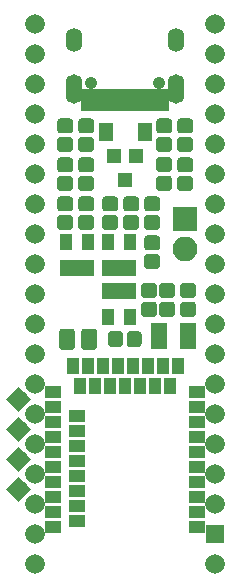
<source format=gbr>
G04 #@! TF.GenerationSoftware,KiCad,Pcbnew,(5.0.0)*
G04 #@! TF.CreationDate,2020-09-24T16:15:51-06:00*
G04 #@! TF.ProjectId,BlueMacro,426C75654D6163726F2E6B696361645F,rev?*
G04 #@! TF.SameCoordinates,Original*
G04 #@! TF.FileFunction,Soldermask,Top*
G04 #@! TF.FilePolarity,Negative*
%FSLAX46Y46*%
G04 Gerber Fmt 4.6, Leading zero omitted, Abs format (unit mm)*
G04 Created by KiCad (PCBNEW (5.0.0)) date 09/24/20 16:15:51*
%MOMM*%
%LPD*%
G01*
G04 APERTURE LIST*
%ADD10C,1.670000*%
%ADD11R,1.650000X1.650000*%
%ADD12R,1.300000X1.600000*%
%ADD13R,2.100000X2.100000*%
%ADD14O,2.100000X2.100000*%
%ADD15O,1.400000X2.000000*%
%ADD16O,1.400000X2.500000*%
%ADD17C,1.050000*%
%ADD18R,0.700000X1.850000*%
%ADD19R,1.000000X1.850000*%
%ADD20C,0.100000*%
%ADD21C,1.375000*%
%ADD22R,1.200000X1.300000*%
%ADD23R,1.050000X1.460000*%
%ADD24R,1.400000X2.200000*%
%ADD25R,1.050000X1.400000*%
%ADD26R,1.400000X1.050000*%
%ADD27C,1.500000*%
%ADD28C,1.275000*%
G04 APERTURE END LIST*
D10*
G04 #@! TO.C,U4*
X55880000Y-27940000D03*
X40640000Y-27940000D03*
X55880000Y-73660000D03*
X40640000Y-73660000D03*
X40640000Y-71120000D03*
X40640000Y-68580000D03*
X40640000Y-66040000D03*
X40640000Y-63500000D03*
X40640000Y-60960000D03*
X40640000Y-53340000D03*
X40640000Y-50800000D03*
X40640000Y-48260000D03*
X40640000Y-55880000D03*
X40640000Y-58420000D03*
D11*
X55880000Y-71120000D03*
D10*
X55880000Y-68580000D03*
X55880000Y-66040000D03*
X55880000Y-63500000D03*
X55880000Y-60960000D03*
X55880000Y-58420000D03*
X55880000Y-55880000D03*
X55880000Y-53340000D03*
X55880000Y-50800000D03*
X55880000Y-48260000D03*
X55880000Y-45720000D03*
X55880000Y-43180000D03*
X40640000Y-45720000D03*
X40640000Y-43180000D03*
X40640000Y-40640000D03*
X40640000Y-38100000D03*
X40640000Y-35560000D03*
X40640000Y-33020000D03*
X40640000Y-30480000D03*
X55880000Y-30480000D03*
X55880000Y-33020000D03*
X55880000Y-35560000D03*
X55880000Y-38100000D03*
X55880000Y-40640000D03*
G04 #@! TD*
D12*
G04 #@! TO.C,D1*
X46610000Y-37084000D03*
X49910000Y-37084000D03*
G04 #@! TD*
D13*
G04 #@! TO.C,J1*
X53340000Y-44450000D03*
D14*
X53340000Y-46990000D03*
G04 #@! TD*
D15*
G04 #@! TO.C,J3*
X43940000Y-29270000D03*
X52580000Y-29270000D03*
D16*
X43940000Y-33450000D03*
X52580000Y-33450000D03*
D17*
X51150000Y-32920000D03*
X45370000Y-32920000D03*
D18*
X48510000Y-34365000D03*
X48010000Y-34365000D03*
X47510000Y-34365000D03*
X49010000Y-34365000D03*
X47010000Y-34365000D03*
X49510000Y-34365000D03*
X46510000Y-34365000D03*
X50010000Y-34365000D03*
D19*
X50710000Y-34365000D03*
X45810000Y-34365000D03*
X51485000Y-34365000D03*
X45035000Y-34365000D03*
G04 #@! TD*
D20*
G04 #@! TO.C,L1*
G36*
X43714443Y-53711655D02*
X43747812Y-53716605D01*
X43780535Y-53724802D01*
X43812297Y-53736166D01*
X43842793Y-53750590D01*
X43871727Y-53767932D01*
X43898823Y-53788028D01*
X43923818Y-53810682D01*
X43946472Y-53835677D01*
X43966568Y-53862773D01*
X43983910Y-53891707D01*
X43998334Y-53922203D01*
X44009698Y-53953965D01*
X44017895Y-53986688D01*
X44022845Y-54020057D01*
X44024500Y-54053750D01*
X44024500Y-55166250D01*
X44022845Y-55199943D01*
X44017895Y-55233312D01*
X44009698Y-55266035D01*
X43998334Y-55297797D01*
X43983910Y-55328293D01*
X43966568Y-55357227D01*
X43946472Y-55384323D01*
X43923818Y-55409318D01*
X43898823Y-55431972D01*
X43871727Y-55452068D01*
X43842793Y-55469410D01*
X43812297Y-55483834D01*
X43780535Y-55495198D01*
X43747812Y-55503395D01*
X43714443Y-55508345D01*
X43680750Y-55510000D01*
X42993250Y-55510000D01*
X42959557Y-55508345D01*
X42926188Y-55503395D01*
X42893465Y-55495198D01*
X42861703Y-55483834D01*
X42831207Y-55469410D01*
X42802273Y-55452068D01*
X42775177Y-55431972D01*
X42750182Y-55409318D01*
X42727528Y-55384323D01*
X42707432Y-55357227D01*
X42690090Y-55328293D01*
X42675666Y-55297797D01*
X42664302Y-55266035D01*
X42656105Y-55233312D01*
X42651155Y-55199943D01*
X42649500Y-55166250D01*
X42649500Y-54053750D01*
X42651155Y-54020057D01*
X42656105Y-53986688D01*
X42664302Y-53953965D01*
X42675666Y-53922203D01*
X42690090Y-53891707D01*
X42707432Y-53862773D01*
X42727528Y-53835677D01*
X42750182Y-53810682D01*
X42775177Y-53788028D01*
X42802273Y-53767932D01*
X42831207Y-53750590D01*
X42861703Y-53736166D01*
X42893465Y-53724802D01*
X42926188Y-53716605D01*
X42959557Y-53711655D01*
X42993250Y-53710000D01*
X43680750Y-53710000D01*
X43714443Y-53711655D01*
X43714443Y-53711655D01*
G37*
D21*
X43337000Y-54610000D03*
D20*
G36*
X45589443Y-53711655D02*
X45622812Y-53716605D01*
X45655535Y-53724802D01*
X45687297Y-53736166D01*
X45717793Y-53750590D01*
X45746727Y-53767932D01*
X45773823Y-53788028D01*
X45798818Y-53810682D01*
X45821472Y-53835677D01*
X45841568Y-53862773D01*
X45858910Y-53891707D01*
X45873334Y-53922203D01*
X45884698Y-53953965D01*
X45892895Y-53986688D01*
X45897845Y-54020057D01*
X45899500Y-54053750D01*
X45899500Y-55166250D01*
X45897845Y-55199943D01*
X45892895Y-55233312D01*
X45884698Y-55266035D01*
X45873334Y-55297797D01*
X45858910Y-55328293D01*
X45841568Y-55357227D01*
X45821472Y-55384323D01*
X45798818Y-55409318D01*
X45773823Y-55431972D01*
X45746727Y-55452068D01*
X45717793Y-55469410D01*
X45687297Y-55483834D01*
X45655535Y-55495198D01*
X45622812Y-55503395D01*
X45589443Y-55508345D01*
X45555750Y-55510000D01*
X44868250Y-55510000D01*
X44834557Y-55508345D01*
X44801188Y-55503395D01*
X44768465Y-55495198D01*
X44736703Y-55483834D01*
X44706207Y-55469410D01*
X44677273Y-55452068D01*
X44650177Y-55431972D01*
X44625182Y-55409318D01*
X44602528Y-55384323D01*
X44582432Y-55357227D01*
X44565090Y-55328293D01*
X44550666Y-55297797D01*
X44539302Y-55266035D01*
X44531105Y-55233312D01*
X44526155Y-55199943D01*
X44524500Y-55166250D01*
X44524500Y-54053750D01*
X44526155Y-54020057D01*
X44531105Y-53986688D01*
X44539302Y-53953965D01*
X44550666Y-53922203D01*
X44565090Y-53891707D01*
X44582432Y-53862773D01*
X44602528Y-53835677D01*
X44625182Y-53810682D01*
X44650177Y-53788028D01*
X44677273Y-53767932D01*
X44706207Y-53750590D01*
X44736703Y-53736166D01*
X44768465Y-53724802D01*
X44801188Y-53716605D01*
X44834557Y-53711655D01*
X44868250Y-53710000D01*
X45555750Y-53710000D01*
X45589443Y-53711655D01*
X45589443Y-53711655D01*
G37*
D21*
X45212000Y-54610000D03*
G04 #@! TD*
D22*
G04 #@! TO.C,Q1*
X49210000Y-39132000D03*
X47310000Y-39132000D03*
X48260000Y-41132000D03*
G04 #@! TD*
D23*
G04 #@! TO.C,U1*
X46802000Y-46398000D03*
X48702000Y-46398000D03*
X48702000Y-48598000D03*
X47752000Y-48598000D03*
X46802000Y-48598000D03*
G04 #@! TD*
G04 #@! TO.C,U3*
X48702000Y-50505000D03*
X47752000Y-50505000D03*
X46802000Y-50505000D03*
X46802000Y-52705000D03*
X48702000Y-52705000D03*
G04 #@! TD*
D24*
G04 #@! TO.C,Y1*
X53594000Y-54356000D03*
X51094000Y-54356000D03*
G04 #@! TD*
D25*
G04 #@! TO.C,U2*
X48283000Y-58607000D03*
X44473000Y-58607000D03*
X45743000Y-58607000D03*
X49553000Y-58607000D03*
X47013000Y-58607000D03*
X52093000Y-58607000D03*
X50823000Y-58607000D03*
D26*
X44219000Y-70037000D03*
X44219000Y-68767000D03*
X44219000Y-67497000D03*
X44219000Y-66227000D03*
X44219000Y-64957000D03*
X44219000Y-63687000D03*
X44219000Y-62417000D03*
D25*
X47650000Y-56896000D03*
X43840000Y-56896000D03*
X48920000Y-56896000D03*
X50190000Y-56896000D03*
X51460000Y-56896000D03*
X46380000Y-56896000D03*
X52730000Y-56896000D03*
X45110000Y-56896000D03*
D26*
X42141000Y-59115000D03*
X42141000Y-60385000D03*
X42141000Y-65465000D03*
X42141000Y-61655000D03*
X42141000Y-66735000D03*
X42141000Y-68005000D03*
X42141000Y-69275000D03*
X42141000Y-64195000D03*
X42141000Y-70545000D03*
X42141000Y-62925000D03*
X54379000Y-70545000D03*
X54379000Y-69275000D03*
X54379000Y-68005000D03*
X54379000Y-66735000D03*
X54379000Y-65465000D03*
X54379000Y-64195000D03*
X54379000Y-62925000D03*
X54379000Y-61655000D03*
X54379000Y-60385000D03*
X54379000Y-59115000D03*
X44219000Y-61147000D03*
G04 #@! TD*
D27*
G04 #@! TO.C,TP1*
X39243000Y-59690000D03*
D20*
G36*
X39243000Y-60750660D02*
X38182340Y-59690000D01*
X39243000Y-58629340D01*
X40303660Y-59690000D01*
X39243000Y-60750660D01*
X39243000Y-60750660D01*
G37*
G04 #@! TD*
D27*
G04 #@! TO.C,TP2*
X39243000Y-62230000D03*
D20*
G36*
X39243000Y-63290660D02*
X38182340Y-62230000D01*
X39243000Y-61169340D01*
X40303660Y-62230000D01*
X39243000Y-63290660D01*
X39243000Y-63290660D01*
G37*
G04 #@! TD*
D27*
G04 #@! TO.C,TP3*
X39243000Y-64770000D03*
D20*
G36*
X39243000Y-65830660D02*
X38182340Y-64770000D01*
X39243000Y-63709340D01*
X40303660Y-64770000D01*
X39243000Y-65830660D01*
X39243000Y-65830660D01*
G37*
G04 #@! TD*
D27*
G04 #@! TO.C,TP4*
X39243000Y-67310000D03*
D20*
G36*
X39243000Y-68370660D02*
X38182340Y-67310000D01*
X39243000Y-66249340D01*
X40303660Y-67310000D01*
X39243000Y-68370660D01*
X39243000Y-68370660D01*
G37*
G04 #@! TD*
D23*
G04 #@! TO.C,U5*
X43246000Y-48598000D03*
X44196000Y-48598000D03*
X45146000Y-48598000D03*
X45146000Y-46398000D03*
X43246000Y-46398000D03*
G04 #@! TD*
D20*
G04 #@! TO.C,C1*
G36*
X53981493Y-49859035D02*
X54012435Y-49863625D01*
X54042778Y-49871225D01*
X54072230Y-49881763D01*
X54100508Y-49895138D01*
X54127338Y-49911219D01*
X54152463Y-49929853D01*
X54175640Y-49950860D01*
X54196647Y-49974037D01*
X54215281Y-49999162D01*
X54231362Y-50025992D01*
X54244737Y-50054270D01*
X54255275Y-50083722D01*
X54262875Y-50114065D01*
X54267465Y-50145007D01*
X54269000Y-50176250D01*
X54269000Y-50813750D01*
X54267465Y-50844993D01*
X54262875Y-50875935D01*
X54255275Y-50906278D01*
X54244737Y-50935730D01*
X54231362Y-50964008D01*
X54215281Y-50990838D01*
X54196647Y-51015963D01*
X54175640Y-51039140D01*
X54152463Y-51060147D01*
X54127338Y-51078781D01*
X54100508Y-51094862D01*
X54072230Y-51108237D01*
X54042778Y-51118775D01*
X54012435Y-51126375D01*
X53981493Y-51130965D01*
X53950250Y-51132500D01*
X53237750Y-51132500D01*
X53206507Y-51130965D01*
X53175565Y-51126375D01*
X53145222Y-51118775D01*
X53115770Y-51108237D01*
X53087492Y-51094862D01*
X53060662Y-51078781D01*
X53035537Y-51060147D01*
X53012360Y-51039140D01*
X52991353Y-51015963D01*
X52972719Y-50990838D01*
X52956638Y-50964008D01*
X52943263Y-50935730D01*
X52932725Y-50906278D01*
X52925125Y-50875935D01*
X52920535Y-50844993D01*
X52919000Y-50813750D01*
X52919000Y-50176250D01*
X52920535Y-50145007D01*
X52925125Y-50114065D01*
X52932725Y-50083722D01*
X52943263Y-50054270D01*
X52956638Y-50025992D01*
X52972719Y-49999162D01*
X52991353Y-49974037D01*
X53012360Y-49950860D01*
X53035537Y-49929853D01*
X53060662Y-49911219D01*
X53087492Y-49895138D01*
X53115770Y-49881763D01*
X53145222Y-49871225D01*
X53175565Y-49863625D01*
X53206507Y-49859035D01*
X53237750Y-49857500D01*
X53950250Y-49857500D01*
X53981493Y-49859035D01*
X53981493Y-49859035D01*
G37*
D28*
X53594000Y-50495000D03*
D20*
G36*
X53981493Y-51434035D02*
X54012435Y-51438625D01*
X54042778Y-51446225D01*
X54072230Y-51456763D01*
X54100508Y-51470138D01*
X54127338Y-51486219D01*
X54152463Y-51504853D01*
X54175640Y-51525860D01*
X54196647Y-51549037D01*
X54215281Y-51574162D01*
X54231362Y-51600992D01*
X54244737Y-51629270D01*
X54255275Y-51658722D01*
X54262875Y-51689065D01*
X54267465Y-51720007D01*
X54269000Y-51751250D01*
X54269000Y-52388750D01*
X54267465Y-52419993D01*
X54262875Y-52450935D01*
X54255275Y-52481278D01*
X54244737Y-52510730D01*
X54231362Y-52539008D01*
X54215281Y-52565838D01*
X54196647Y-52590963D01*
X54175640Y-52614140D01*
X54152463Y-52635147D01*
X54127338Y-52653781D01*
X54100508Y-52669862D01*
X54072230Y-52683237D01*
X54042778Y-52693775D01*
X54012435Y-52701375D01*
X53981493Y-52705965D01*
X53950250Y-52707500D01*
X53237750Y-52707500D01*
X53206507Y-52705965D01*
X53175565Y-52701375D01*
X53145222Y-52693775D01*
X53115770Y-52683237D01*
X53087492Y-52669862D01*
X53060662Y-52653781D01*
X53035537Y-52635147D01*
X53012360Y-52614140D01*
X52991353Y-52590963D01*
X52972719Y-52565838D01*
X52956638Y-52539008D01*
X52943263Y-52510730D01*
X52932725Y-52481278D01*
X52925125Y-52450935D01*
X52920535Y-52419993D01*
X52919000Y-52388750D01*
X52919000Y-51751250D01*
X52920535Y-51720007D01*
X52925125Y-51689065D01*
X52932725Y-51658722D01*
X52943263Y-51629270D01*
X52956638Y-51600992D01*
X52972719Y-51574162D01*
X52991353Y-51549037D01*
X53012360Y-51525860D01*
X53035537Y-51504853D01*
X53060662Y-51486219D01*
X53087492Y-51470138D01*
X53115770Y-51456763D01*
X53145222Y-51446225D01*
X53175565Y-51438625D01*
X53206507Y-51434035D01*
X53237750Y-51432500D01*
X53950250Y-51432500D01*
X53981493Y-51434035D01*
X53981493Y-51434035D01*
G37*
D28*
X53594000Y-52070000D03*
G04 #@! TD*
D20*
G04 #@! TO.C,C2*
G36*
X52203493Y-51434035D02*
X52234435Y-51438625D01*
X52264778Y-51446225D01*
X52294230Y-51456763D01*
X52322508Y-51470138D01*
X52349338Y-51486219D01*
X52374463Y-51504853D01*
X52397640Y-51525860D01*
X52418647Y-51549037D01*
X52437281Y-51574162D01*
X52453362Y-51600992D01*
X52466737Y-51629270D01*
X52477275Y-51658722D01*
X52484875Y-51689065D01*
X52489465Y-51720007D01*
X52491000Y-51751250D01*
X52491000Y-52388750D01*
X52489465Y-52419993D01*
X52484875Y-52450935D01*
X52477275Y-52481278D01*
X52466737Y-52510730D01*
X52453362Y-52539008D01*
X52437281Y-52565838D01*
X52418647Y-52590963D01*
X52397640Y-52614140D01*
X52374463Y-52635147D01*
X52349338Y-52653781D01*
X52322508Y-52669862D01*
X52294230Y-52683237D01*
X52264778Y-52693775D01*
X52234435Y-52701375D01*
X52203493Y-52705965D01*
X52172250Y-52707500D01*
X51459750Y-52707500D01*
X51428507Y-52705965D01*
X51397565Y-52701375D01*
X51367222Y-52693775D01*
X51337770Y-52683237D01*
X51309492Y-52669862D01*
X51282662Y-52653781D01*
X51257537Y-52635147D01*
X51234360Y-52614140D01*
X51213353Y-52590963D01*
X51194719Y-52565838D01*
X51178638Y-52539008D01*
X51165263Y-52510730D01*
X51154725Y-52481278D01*
X51147125Y-52450935D01*
X51142535Y-52419993D01*
X51141000Y-52388750D01*
X51141000Y-51751250D01*
X51142535Y-51720007D01*
X51147125Y-51689065D01*
X51154725Y-51658722D01*
X51165263Y-51629270D01*
X51178638Y-51600992D01*
X51194719Y-51574162D01*
X51213353Y-51549037D01*
X51234360Y-51525860D01*
X51257537Y-51504853D01*
X51282662Y-51486219D01*
X51309492Y-51470138D01*
X51337770Y-51456763D01*
X51367222Y-51446225D01*
X51397565Y-51438625D01*
X51428507Y-51434035D01*
X51459750Y-51432500D01*
X52172250Y-51432500D01*
X52203493Y-51434035D01*
X52203493Y-51434035D01*
G37*
D28*
X51816000Y-52070000D03*
D20*
G36*
X52203493Y-49859035D02*
X52234435Y-49863625D01*
X52264778Y-49871225D01*
X52294230Y-49881763D01*
X52322508Y-49895138D01*
X52349338Y-49911219D01*
X52374463Y-49929853D01*
X52397640Y-49950860D01*
X52418647Y-49974037D01*
X52437281Y-49999162D01*
X52453362Y-50025992D01*
X52466737Y-50054270D01*
X52477275Y-50083722D01*
X52484875Y-50114065D01*
X52489465Y-50145007D01*
X52491000Y-50176250D01*
X52491000Y-50813750D01*
X52489465Y-50844993D01*
X52484875Y-50875935D01*
X52477275Y-50906278D01*
X52466737Y-50935730D01*
X52453362Y-50964008D01*
X52437281Y-50990838D01*
X52418647Y-51015963D01*
X52397640Y-51039140D01*
X52374463Y-51060147D01*
X52349338Y-51078781D01*
X52322508Y-51094862D01*
X52294230Y-51108237D01*
X52264778Y-51118775D01*
X52234435Y-51126375D01*
X52203493Y-51130965D01*
X52172250Y-51132500D01*
X51459750Y-51132500D01*
X51428507Y-51130965D01*
X51397565Y-51126375D01*
X51367222Y-51118775D01*
X51337770Y-51108237D01*
X51309492Y-51094862D01*
X51282662Y-51078781D01*
X51257537Y-51060147D01*
X51234360Y-51039140D01*
X51213353Y-51015963D01*
X51194719Y-50990838D01*
X51178638Y-50964008D01*
X51165263Y-50935730D01*
X51154725Y-50906278D01*
X51147125Y-50875935D01*
X51142535Y-50844993D01*
X51141000Y-50813750D01*
X51141000Y-50176250D01*
X51142535Y-50145007D01*
X51147125Y-50114065D01*
X51154725Y-50083722D01*
X51165263Y-50054270D01*
X51178638Y-50025992D01*
X51194719Y-49999162D01*
X51213353Y-49974037D01*
X51234360Y-49950860D01*
X51257537Y-49929853D01*
X51282662Y-49911219D01*
X51309492Y-49895138D01*
X51337770Y-49881763D01*
X51367222Y-49871225D01*
X51397565Y-49863625D01*
X51428507Y-49859035D01*
X51459750Y-49857500D01*
X52172250Y-49857500D01*
X52203493Y-49859035D01*
X52203493Y-49859035D01*
G37*
D28*
X51816000Y-50495000D03*
G04 #@! TD*
D20*
G04 #@! TO.C,C3*
G36*
X50679493Y-49859035D02*
X50710435Y-49863625D01*
X50740778Y-49871225D01*
X50770230Y-49881763D01*
X50798508Y-49895138D01*
X50825338Y-49911219D01*
X50850463Y-49929853D01*
X50873640Y-49950860D01*
X50894647Y-49974037D01*
X50913281Y-49999162D01*
X50929362Y-50025992D01*
X50942737Y-50054270D01*
X50953275Y-50083722D01*
X50960875Y-50114065D01*
X50965465Y-50145007D01*
X50967000Y-50176250D01*
X50967000Y-50813750D01*
X50965465Y-50844993D01*
X50960875Y-50875935D01*
X50953275Y-50906278D01*
X50942737Y-50935730D01*
X50929362Y-50964008D01*
X50913281Y-50990838D01*
X50894647Y-51015963D01*
X50873640Y-51039140D01*
X50850463Y-51060147D01*
X50825338Y-51078781D01*
X50798508Y-51094862D01*
X50770230Y-51108237D01*
X50740778Y-51118775D01*
X50710435Y-51126375D01*
X50679493Y-51130965D01*
X50648250Y-51132500D01*
X49935750Y-51132500D01*
X49904507Y-51130965D01*
X49873565Y-51126375D01*
X49843222Y-51118775D01*
X49813770Y-51108237D01*
X49785492Y-51094862D01*
X49758662Y-51078781D01*
X49733537Y-51060147D01*
X49710360Y-51039140D01*
X49689353Y-51015963D01*
X49670719Y-50990838D01*
X49654638Y-50964008D01*
X49641263Y-50935730D01*
X49630725Y-50906278D01*
X49623125Y-50875935D01*
X49618535Y-50844993D01*
X49617000Y-50813750D01*
X49617000Y-50176250D01*
X49618535Y-50145007D01*
X49623125Y-50114065D01*
X49630725Y-50083722D01*
X49641263Y-50054270D01*
X49654638Y-50025992D01*
X49670719Y-49999162D01*
X49689353Y-49974037D01*
X49710360Y-49950860D01*
X49733537Y-49929853D01*
X49758662Y-49911219D01*
X49785492Y-49895138D01*
X49813770Y-49881763D01*
X49843222Y-49871225D01*
X49873565Y-49863625D01*
X49904507Y-49859035D01*
X49935750Y-49857500D01*
X50648250Y-49857500D01*
X50679493Y-49859035D01*
X50679493Y-49859035D01*
G37*
D28*
X50292000Y-50495000D03*
D20*
G36*
X50679493Y-51434035D02*
X50710435Y-51438625D01*
X50740778Y-51446225D01*
X50770230Y-51456763D01*
X50798508Y-51470138D01*
X50825338Y-51486219D01*
X50850463Y-51504853D01*
X50873640Y-51525860D01*
X50894647Y-51549037D01*
X50913281Y-51574162D01*
X50929362Y-51600992D01*
X50942737Y-51629270D01*
X50953275Y-51658722D01*
X50960875Y-51689065D01*
X50965465Y-51720007D01*
X50967000Y-51751250D01*
X50967000Y-52388750D01*
X50965465Y-52419993D01*
X50960875Y-52450935D01*
X50953275Y-52481278D01*
X50942737Y-52510730D01*
X50929362Y-52539008D01*
X50913281Y-52565838D01*
X50894647Y-52590963D01*
X50873640Y-52614140D01*
X50850463Y-52635147D01*
X50825338Y-52653781D01*
X50798508Y-52669862D01*
X50770230Y-52683237D01*
X50740778Y-52693775D01*
X50710435Y-52701375D01*
X50679493Y-52705965D01*
X50648250Y-52707500D01*
X49935750Y-52707500D01*
X49904507Y-52705965D01*
X49873565Y-52701375D01*
X49843222Y-52693775D01*
X49813770Y-52683237D01*
X49785492Y-52669862D01*
X49758662Y-52653781D01*
X49733537Y-52635147D01*
X49710360Y-52614140D01*
X49689353Y-52590963D01*
X49670719Y-52565838D01*
X49654638Y-52539008D01*
X49641263Y-52510730D01*
X49630725Y-52481278D01*
X49623125Y-52450935D01*
X49618535Y-52419993D01*
X49617000Y-52388750D01*
X49617000Y-51751250D01*
X49618535Y-51720007D01*
X49623125Y-51689065D01*
X49630725Y-51658722D01*
X49641263Y-51629270D01*
X49654638Y-51600992D01*
X49670719Y-51574162D01*
X49689353Y-51549037D01*
X49710360Y-51525860D01*
X49733537Y-51504853D01*
X49758662Y-51486219D01*
X49785492Y-51470138D01*
X49813770Y-51456763D01*
X49843222Y-51446225D01*
X49873565Y-51438625D01*
X49904507Y-51434035D01*
X49935750Y-51432500D01*
X50648250Y-51432500D01*
X50679493Y-51434035D01*
X50679493Y-51434035D01*
G37*
D28*
X50292000Y-52070000D03*
G04 #@! TD*
D20*
G04 #@! TO.C,C4*
G36*
X50933493Y-44093535D02*
X50964435Y-44098125D01*
X50994778Y-44105725D01*
X51024230Y-44116263D01*
X51052508Y-44129638D01*
X51079338Y-44145719D01*
X51104463Y-44164353D01*
X51127640Y-44185360D01*
X51148647Y-44208537D01*
X51167281Y-44233662D01*
X51183362Y-44260492D01*
X51196737Y-44288770D01*
X51207275Y-44318222D01*
X51214875Y-44348565D01*
X51219465Y-44379507D01*
X51221000Y-44410750D01*
X51221000Y-45048250D01*
X51219465Y-45079493D01*
X51214875Y-45110435D01*
X51207275Y-45140778D01*
X51196737Y-45170230D01*
X51183362Y-45198508D01*
X51167281Y-45225338D01*
X51148647Y-45250463D01*
X51127640Y-45273640D01*
X51104463Y-45294647D01*
X51079338Y-45313281D01*
X51052508Y-45329362D01*
X51024230Y-45342737D01*
X50994778Y-45353275D01*
X50964435Y-45360875D01*
X50933493Y-45365465D01*
X50902250Y-45367000D01*
X50189750Y-45367000D01*
X50158507Y-45365465D01*
X50127565Y-45360875D01*
X50097222Y-45353275D01*
X50067770Y-45342737D01*
X50039492Y-45329362D01*
X50012662Y-45313281D01*
X49987537Y-45294647D01*
X49964360Y-45273640D01*
X49943353Y-45250463D01*
X49924719Y-45225338D01*
X49908638Y-45198508D01*
X49895263Y-45170230D01*
X49884725Y-45140778D01*
X49877125Y-45110435D01*
X49872535Y-45079493D01*
X49871000Y-45048250D01*
X49871000Y-44410750D01*
X49872535Y-44379507D01*
X49877125Y-44348565D01*
X49884725Y-44318222D01*
X49895263Y-44288770D01*
X49908638Y-44260492D01*
X49924719Y-44233662D01*
X49943353Y-44208537D01*
X49964360Y-44185360D01*
X49987537Y-44164353D01*
X50012662Y-44145719D01*
X50039492Y-44129638D01*
X50067770Y-44116263D01*
X50097222Y-44105725D01*
X50127565Y-44098125D01*
X50158507Y-44093535D01*
X50189750Y-44092000D01*
X50902250Y-44092000D01*
X50933493Y-44093535D01*
X50933493Y-44093535D01*
G37*
D28*
X50546000Y-44729500D03*
D20*
G36*
X50933493Y-42518535D02*
X50964435Y-42523125D01*
X50994778Y-42530725D01*
X51024230Y-42541263D01*
X51052508Y-42554638D01*
X51079338Y-42570719D01*
X51104463Y-42589353D01*
X51127640Y-42610360D01*
X51148647Y-42633537D01*
X51167281Y-42658662D01*
X51183362Y-42685492D01*
X51196737Y-42713770D01*
X51207275Y-42743222D01*
X51214875Y-42773565D01*
X51219465Y-42804507D01*
X51221000Y-42835750D01*
X51221000Y-43473250D01*
X51219465Y-43504493D01*
X51214875Y-43535435D01*
X51207275Y-43565778D01*
X51196737Y-43595230D01*
X51183362Y-43623508D01*
X51167281Y-43650338D01*
X51148647Y-43675463D01*
X51127640Y-43698640D01*
X51104463Y-43719647D01*
X51079338Y-43738281D01*
X51052508Y-43754362D01*
X51024230Y-43767737D01*
X50994778Y-43778275D01*
X50964435Y-43785875D01*
X50933493Y-43790465D01*
X50902250Y-43792000D01*
X50189750Y-43792000D01*
X50158507Y-43790465D01*
X50127565Y-43785875D01*
X50097222Y-43778275D01*
X50067770Y-43767737D01*
X50039492Y-43754362D01*
X50012662Y-43738281D01*
X49987537Y-43719647D01*
X49964360Y-43698640D01*
X49943353Y-43675463D01*
X49924719Y-43650338D01*
X49908638Y-43623508D01*
X49895263Y-43595230D01*
X49884725Y-43565778D01*
X49877125Y-43535435D01*
X49872535Y-43504493D01*
X49871000Y-43473250D01*
X49871000Y-42835750D01*
X49872535Y-42804507D01*
X49877125Y-42773565D01*
X49884725Y-42743222D01*
X49895263Y-42713770D01*
X49908638Y-42685492D01*
X49924719Y-42658662D01*
X49943353Y-42633537D01*
X49964360Y-42610360D01*
X49987537Y-42589353D01*
X50012662Y-42570719D01*
X50039492Y-42554638D01*
X50067770Y-42541263D01*
X50097222Y-42530725D01*
X50127565Y-42523125D01*
X50158507Y-42518535D01*
X50189750Y-42517000D01*
X50902250Y-42517000D01*
X50933493Y-42518535D01*
X50933493Y-42518535D01*
G37*
D28*
X50546000Y-43154500D03*
G04 #@! TD*
D20*
G04 #@! TO.C,C5*
G36*
X47796993Y-53936535D02*
X47827935Y-53941125D01*
X47858278Y-53948725D01*
X47887730Y-53959263D01*
X47916008Y-53972638D01*
X47942838Y-53988719D01*
X47967963Y-54007353D01*
X47991140Y-54028360D01*
X48012147Y-54051537D01*
X48030781Y-54076662D01*
X48046862Y-54103492D01*
X48060237Y-54131770D01*
X48070775Y-54161222D01*
X48078375Y-54191565D01*
X48082965Y-54222507D01*
X48084500Y-54253750D01*
X48084500Y-54966250D01*
X48082965Y-54997493D01*
X48078375Y-55028435D01*
X48070775Y-55058778D01*
X48060237Y-55088230D01*
X48046862Y-55116508D01*
X48030781Y-55143338D01*
X48012147Y-55168463D01*
X47991140Y-55191640D01*
X47967963Y-55212647D01*
X47942838Y-55231281D01*
X47916008Y-55247362D01*
X47887730Y-55260737D01*
X47858278Y-55271275D01*
X47827935Y-55278875D01*
X47796993Y-55283465D01*
X47765750Y-55285000D01*
X47128250Y-55285000D01*
X47097007Y-55283465D01*
X47066065Y-55278875D01*
X47035722Y-55271275D01*
X47006270Y-55260737D01*
X46977992Y-55247362D01*
X46951162Y-55231281D01*
X46926037Y-55212647D01*
X46902860Y-55191640D01*
X46881853Y-55168463D01*
X46863219Y-55143338D01*
X46847138Y-55116508D01*
X46833763Y-55088230D01*
X46823225Y-55058778D01*
X46815625Y-55028435D01*
X46811035Y-54997493D01*
X46809500Y-54966250D01*
X46809500Y-54253750D01*
X46811035Y-54222507D01*
X46815625Y-54191565D01*
X46823225Y-54161222D01*
X46833763Y-54131770D01*
X46847138Y-54103492D01*
X46863219Y-54076662D01*
X46881853Y-54051537D01*
X46902860Y-54028360D01*
X46926037Y-54007353D01*
X46951162Y-53988719D01*
X46977992Y-53972638D01*
X47006270Y-53959263D01*
X47035722Y-53948725D01*
X47066065Y-53941125D01*
X47097007Y-53936535D01*
X47128250Y-53935000D01*
X47765750Y-53935000D01*
X47796993Y-53936535D01*
X47796993Y-53936535D01*
G37*
D28*
X47447000Y-54610000D03*
D20*
G36*
X49371993Y-53936535D02*
X49402935Y-53941125D01*
X49433278Y-53948725D01*
X49462730Y-53959263D01*
X49491008Y-53972638D01*
X49517838Y-53988719D01*
X49542963Y-54007353D01*
X49566140Y-54028360D01*
X49587147Y-54051537D01*
X49605781Y-54076662D01*
X49621862Y-54103492D01*
X49635237Y-54131770D01*
X49645775Y-54161222D01*
X49653375Y-54191565D01*
X49657965Y-54222507D01*
X49659500Y-54253750D01*
X49659500Y-54966250D01*
X49657965Y-54997493D01*
X49653375Y-55028435D01*
X49645775Y-55058778D01*
X49635237Y-55088230D01*
X49621862Y-55116508D01*
X49605781Y-55143338D01*
X49587147Y-55168463D01*
X49566140Y-55191640D01*
X49542963Y-55212647D01*
X49517838Y-55231281D01*
X49491008Y-55247362D01*
X49462730Y-55260737D01*
X49433278Y-55271275D01*
X49402935Y-55278875D01*
X49371993Y-55283465D01*
X49340750Y-55285000D01*
X48703250Y-55285000D01*
X48672007Y-55283465D01*
X48641065Y-55278875D01*
X48610722Y-55271275D01*
X48581270Y-55260737D01*
X48552992Y-55247362D01*
X48526162Y-55231281D01*
X48501037Y-55212647D01*
X48477860Y-55191640D01*
X48456853Y-55168463D01*
X48438219Y-55143338D01*
X48422138Y-55116508D01*
X48408763Y-55088230D01*
X48398225Y-55058778D01*
X48390625Y-55028435D01*
X48386035Y-54997493D01*
X48384500Y-54966250D01*
X48384500Y-54253750D01*
X48386035Y-54222507D01*
X48390625Y-54191565D01*
X48398225Y-54161222D01*
X48408763Y-54131770D01*
X48422138Y-54103492D01*
X48438219Y-54076662D01*
X48456853Y-54051537D01*
X48477860Y-54028360D01*
X48501037Y-54007353D01*
X48526162Y-53988719D01*
X48552992Y-53972638D01*
X48581270Y-53959263D01*
X48610722Y-53948725D01*
X48641065Y-53941125D01*
X48672007Y-53936535D01*
X48703250Y-53935000D01*
X49340750Y-53935000D01*
X49371993Y-53936535D01*
X49371993Y-53936535D01*
G37*
D28*
X49022000Y-54610000D03*
G04 #@! TD*
D20*
G04 #@! TO.C,C6*
G36*
X47377493Y-42518535D02*
X47408435Y-42523125D01*
X47438778Y-42530725D01*
X47468230Y-42541263D01*
X47496508Y-42554638D01*
X47523338Y-42570719D01*
X47548463Y-42589353D01*
X47571640Y-42610360D01*
X47592647Y-42633537D01*
X47611281Y-42658662D01*
X47627362Y-42685492D01*
X47640737Y-42713770D01*
X47651275Y-42743222D01*
X47658875Y-42773565D01*
X47663465Y-42804507D01*
X47665000Y-42835750D01*
X47665000Y-43473250D01*
X47663465Y-43504493D01*
X47658875Y-43535435D01*
X47651275Y-43565778D01*
X47640737Y-43595230D01*
X47627362Y-43623508D01*
X47611281Y-43650338D01*
X47592647Y-43675463D01*
X47571640Y-43698640D01*
X47548463Y-43719647D01*
X47523338Y-43738281D01*
X47496508Y-43754362D01*
X47468230Y-43767737D01*
X47438778Y-43778275D01*
X47408435Y-43785875D01*
X47377493Y-43790465D01*
X47346250Y-43792000D01*
X46633750Y-43792000D01*
X46602507Y-43790465D01*
X46571565Y-43785875D01*
X46541222Y-43778275D01*
X46511770Y-43767737D01*
X46483492Y-43754362D01*
X46456662Y-43738281D01*
X46431537Y-43719647D01*
X46408360Y-43698640D01*
X46387353Y-43675463D01*
X46368719Y-43650338D01*
X46352638Y-43623508D01*
X46339263Y-43595230D01*
X46328725Y-43565778D01*
X46321125Y-43535435D01*
X46316535Y-43504493D01*
X46315000Y-43473250D01*
X46315000Y-42835750D01*
X46316535Y-42804507D01*
X46321125Y-42773565D01*
X46328725Y-42743222D01*
X46339263Y-42713770D01*
X46352638Y-42685492D01*
X46368719Y-42658662D01*
X46387353Y-42633537D01*
X46408360Y-42610360D01*
X46431537Y-42589353D01*
X46456662Y-42570719D01*
X46483492Y-42554638D01*
X46511770Y-42541263D01*
X46541222Y-42530725D01*
X46571565Y-42523125D01*
X46602507Y-42518535D01*
X46633750Y-42517000D01*
X47346250Y-42517000D01*
X47377493Y-42518535D01*
X47377493Y-42518535D01*
G37*
D28*
X46990000Y-43154500D03*
D20*
G36*
X47377493Y-44093535D02*
X47408435Y-44098125D01*
X47438778Y-44105725D01*
X47468230Y-44116263D01*
X47496508Y-44129638D01*
X47523338Y-44145719D01*
X47548463Y-44164353D01*
X47571640Y-44185360D01*
X47592647Y-44208537D01*
X47611281Y-44233662D01*
X47627362Y-44260492D01*
X47640737Y-44288770D01*
X47651275Y-44318222D01*
X47658875Y-44348565D01*
X47663465Y-44379507D01*
X47665000Y-44410750D01*
X47665000Y-45048250D01*
X47663465Y-45079493D01*
X47658875Y-45110435D01*
X47651275Y-45140778D01*
X47640737Y-45170230D01*
X47627362Y-45198508D01*
X47611281Y-45225338D01*
X47592647Y-45250463D01*
X47571640Y-45273640D01*
X47548463Y-45294647D01*
X47523338Y-45313281D01*
X47496508Y-45329362D01*
X47468230Y-45342737D01*
X47438778Y-45353275D01*
X47408435Y-45360875D01*
X47377493Y-45365465D01*
X47346250Y-45367000D01*
X46633750Y-45367000D01*
X46602507Y-45365465D01*
X46571565Y-45360875D01*
X46541222Y-45353275D01*
X46511770Y-45342737D01*
X46483492Y-45329362D01*
X46456662Y-45313281D01*
X46431537Y-45294647D01*
X46408360Y-45273640D01*
X46387353Y-45250463D01*
X46368719Y-45225338D01*
X46352638Y-45198508D01*
X46339263Y-45170230D01*
X46328725Y-45140778D01*
X46321125Y-45110435D01*
X46316535Y-45079493D01*
X46315000Y-45048250D01*
X46315000Y-44410750D01*
X46316535Y-44379507D01*
X46321125Y-44348565D01*
X46328725Y-44318222D01*
X46339263Y-44288770D01*
X46352638Y-44260492D01*
X46368719Y-44233662D01*
X46387353Y-44208537D01*
X46408360Y-44185360D01*
X46431537Y-44164353D01*
X46456662Y-44145719D01*
X46483492Y-44129638D01*
X46511770Y-44116263D01*
X46541222Y-44105725D01*
X46571565Y-44098125D01*
X46602507Y-44093535D01*
X46633750Y-44092000D01*
X47346250Y-44092000D01*
X47377493Y-44093535D01*
X47377493Y-44093535D01*
G37*
D28*
X46990000Y-44729500D03*
G04 #@! TD*
D20*
G04 #@! TO.C,D2*
G36*
X45345493Y-40791535D02*
X45376435Y-40796125D01*
X45406778Y-40803725D01*
X45436230Y-40814263D01*
X45464508Y-40827638D01*
X45491338Y-40843719D01*
X45516463Y-40862353D01*
X45539640Y-40883360D01*
X45560647Y-40906537D01*
X45579281Y-40931662D01*
X45595362Y-40958492D01*
X45608737Y-40986770D01*
X45619275Y-41016222D01*
X45626875Y-41046565D01*
X45631465Y-41077507D01*
X45633000Y-41108750D01*
X45633000Y-41746250D01*
X45631465Y-41777493D01*
X45626875Y-41808435D01*
X45619275Y-41838778D01*
X45608737Y-41868230D01*
X45595362Y-41896508D01*
X45579281Y-41923338D01*
X45560647Y-41948463D01*
X45539640Y-41971640D01*
X45516463Y-41992647D01*
X45491338Y-42011281D01*
X45464508Y-42027362D01*
X45436230Y-42040737D01*
X45406778Y-42051275D01*
X45376435Y-42058875D01*
X45345493Y-42063465D01*
X45314250Y-42065000D01*
X44601750Y-42065000D01*
X44570507Y-42063465D01*
X44539565Y-42058875D01*
X44509222Y-42051275D01*
X44479770Y-42040737D01*
X44451492Y-42027362D01*
X44424662Y-42011281D01*
X44399537Y-41992647D01*
X44376360Y-41971640D01*
X44355353Y-41948463D01*
X44336719Y-41923338D01*
X44320638Y-41896508D01*
X44307263Y-41868230D01*
X44296725Y-41838778D01*
X44289125Y-41808435D01*
X44284535Y-41777493D01*
X44283000Y-41746250D01*
X44283000Y-41108750D01*
X44284535Y-41077507D01*
X44289125Y-41046565D01*
X44296725Y-41016222D01*
X44307263Y-40986770D01*
X44320638Y-40958492D01*
X44336719Y-40931662D01*
X44355353Y-40906537D01*
X44376360Y-40883360D01*
X44399537Y-40862353D01*
X44424662Y-40843719D01*
X44451492Y-40827638D01*
X44479770Y-40814263D01*
X44509222Y-40803725D01*
X44539565Y-40796125D01*
X44570507Y-40791535D01*
X44601750Y-40790000D01*
X45314250Y-40790000D01*
X45345493Y-40791535D01*
X45345493Y-40791535D01*
G37*
D28*
X44958000Y-41427500D03*
D20*
G36*
X45345493Y-39216535D02*
X45376435Y-39221125D01*
X45406778Y-39228725D01*
X45436230Y-39239263D01*
X45464508Y-39252638D01*
X45491338Y-39268719D01*
X45516463Y-39287353D01*
X45539640Y-39308360D01*
X45560647Y-39331537D01*
X45579281Y-39356662D01*
X45595362Y-39383492D01*
X45608737Y-39411770D01*
X45619275Y-39441222D01*
X45626875Y-39471565D01*
X45631465Y-39502507D01*
X45633000Y-39533750D01*
X45633000Y-40171250D01*
X45631465Y-40202493D01*
X45626875Y-40233435D01*
X45619275Y-40263778D01*
X45608737Y-40293230D01*
X45595362Y-40321508D01*
X45579281Y-40348338D01*
X45560647Y-40373463D01*
X45539640Y-40396640D01*
X45516463Y-40417647D01*
X45491338Y-40436281D01*
X45464508Y-40452362D01*
X45436230Y-40465737D01*
X45406778Y-40476275D01*
X45376435Y-40483875D01*
X45345493Y-40488465D01*
X45314250Y-40490000D01*
X44601750Y-40490000D01*
X44570507Y-40488465D01*
X44539565Y-40483875D01*
X44509222Y-40476275D01*
X44479770Y-40465737D01*
X44451492Y-40452362D01*
X44424662Y-40436281D01*
X44399537Y-40417647D01*
X44376360Y-40396640D01*
X44355353Y-40373463D01*
X44336719Y-40348338D01*
X44320638Y-40321508D01*
X44307263Y-40293230D01*
X44296725Y-40263778D01*
X44289125Y-40233435D01*
X44284535Y-40202493D01*
X44283000Y-40171250D01*
X44283000Y-39533750D01*
X44284535Y-39502507D01*
X44289125Y-39471565D01*
X44296725Y-39441222D01*
X44307263Y-39411770D01*
X44320638Y-39383492D01*
X44336719Y-39356662D01*
X44355353Y-39331537D01*
X44376360Y-39308360D01*
X44399537Y-39287353D01*
X44424662Y-39268719D01*
X44451492Y-39252638D01*
X44479770Y-39239263D01*
X44509222Y-39228725D01*
X44539565Y-39221125D01*
X44570507Y-39216535D01*
X44601750Y-39215000D01*
X45314250Y-39215000D01*
X45345493Y-39216535D01*
X45345493Y-39216535D01*
G37*
D28*
X44958000Y-39852500D03*
G04 #@! TD*
D20*
G04 #@! TO.C,D3*
G36*
X43567493Y-35914535D02*
X43598435Y-35919125D01*
X43628778Y-35926725D01*
X43658230Y-35937263D01*
X43686508Y-35950638D01*
X43713338Y-35966719D01*
X43738463Y-35985353D01*
X43761640Y-36006360D01*
X43782647Y-36029537D01*
X43801281Y-36054662D01*
X43817362Y-36081492D01*
X43830737Y-36109770D01*
X43841275Y-36139222D01*
X43848875Y-36169565D01*
X43853465Y-36200507D01*
X43855000Y-36231750D01*
X43855000Y-36869250D01*
X43853465Y-36900493D01*
X43848875Y-36931435D01*
X43841275Y-36961778D01*
X43830737Y-36991230D01*
X43817362Y-37019508D01*
X43801281Y-37046338D01*
X43782647Y-37071463D01*
X43761640Y-37094640D01*
X43738463Y-37115647D01*
X43713338Y-37134281D01*
X43686508Y-37150362D01*
X43658230Y-37163737D01*
X43628778Y-37174275D01*
X43598435Y-37181875D01*
X43567493Y-37186465D01*
X43536250Y-37188000D01*
X42823750Y-37188000D01*
X42792507Y-37186465D01*
X42761565Y-37181875D01*
X42731222Y-37174275D01*
X42701770Y-37163737D01*
X42673492Y-37150362D01*
X42646662Y-37134281D01*
X42621537Y-37115647D01*
X42598360Y-37094640D01*
X42577353Y-37071463D01*
X42558719Y-37046338D01*
X42542638Y-37019508D01*
X42529263Y-36991230D01*
X42518725Y-36961778D01*
X42511125Y-36931435D01*
X42506535Y-36900493D01*
X42505000Y-36869250D01*
X42505000Y-36231750D01*
X42506535Y-36200507D01*
X42511125Y-36169565D01*
X42518725Y-36139222D01*
X42529263Y-36109770D01*
X42542638Y-36081492D01*
X42558719Y-36054662D01*
X42577353Y-36029537D01*
X42598360Y-36006360D01*
X42621537Y-35985353D01*
X42646662Y-35966719D01*
X42673492Y-35950638D01*
X42701770Y-35937263D01*
X42731222Y-35926725D01*
X42761565Y-35919125D01*
X42792507Y-35914535D01*
X42823750Y-35913000D01*
X43536250Y-35913000D01*
X43567493Y-35914535D01*
X43567493Y-35914535D01*
G37*
D28*
X43180000Y-36550500D03*
D20*
G36*
X43567493Y-37489535D02*
X43598435Y-37494125D01*
X43628778Y-37501725D01*
X43658230Y-37512263D01*
X43686508Y-37525638D01*
X43713338Y-37541719D01*
X43738463Y-37560353D01*
X43761640Y-37581360D01*
X43782647Y-37604537D01*
X43801281Y-37629662D01*
X43817362Y-37656492D01*
X43830737Y-37684770D01*
X43841275Y-37714222D01*
X43848875Y-37744565D01*
X43853465Y-37775507D01*
X43855000Y-37806750D01*
X43855000Y-38444250D01*
X43853465Y-38475493D01*
X43848875Y-38506435D01*
X43841275Y-38536778D01*
X43830737Y-38566230D01*
X43817362Y-38594508D01*
X43801281Y-38621338D01*
X43782647Y-38646463D01*
X43761640Y-38669640D01*
X43738463Y-38690647D01*
X43713338Y-38709281D01*
X43686508Y-38725362D01*
X43658230Y-38738737D01*
X43628778Y-38749275D01*
X43598435Y-38756875D01*
X43567493Y-38761465D01*
X43536250Y-38763000D01*
X42823750Y-38763000D01*
X42792507Y-38761465D01*
X42761565Y-38756875D01*
X42731222Y-38749275D01*
X42701770Y-38738737D01*
X42673492Y-38725362D01*
X42646662Y-38709281D01*
X42621537Y-38690647D01*
X42598360Y-38669640D01*
X42577353Y-38646463D01*
X42558719Y-38621338D01*
X42542638Y-38594508D01*
X42529263Y-38566230D01*
X42518725Y-38536778D01*
X42511125Y-38506435D01*
X42506535Y-38475493D01*
X42505000Y-38444250D01*
X42505000Y-37806750D01*
X42506535Y-37775507D01*
X42511125Y-37744565D01*
X42518725Y-37714222D01*
X42529263Y-37684770D01*
X42542638Y-37656492D01*
X42558719Y-37629662D01*
X42577353Y-37604537D01*
X42598360Y-37581360D01*
X42621537Y-37560353D01*
X42646662Y-37541719D01*
X42673492Y-37525638D01*
X42701770Y-37512263D01*
X42731222Y-37501725D01*
X42761565Y-37494125D01*
X42792507Y-37489535D01*
X42823750Y-37488000D01*
X43536250Y-37488000D01*
X43567493Y-37489535D01*
X43567493Y-37489535D01*
G37*
D28*
X43180000Y-38125500D03*
G04 #@! TD*
D20*
G04 #@! TO.C,D4*
G36*
X53727493Y-37489535D02*
X53758435Y-37494125D01*
X53788778Y-37501725D01*
X53818230Y-37512263D01*
X53846508Y-37525638D01*
X53873338Y-37541719D01*
X53898463Y-37560353D01*
X53921640Y-37581360D01*
X53942647Y-37604537D01*
X53961281Y-37629662D01*
X53977362Y-37656492D01*
X53990737Y-37684770D01*
X54001275Y-37714222D01*
X54008875Y-37744565D01*
X54013465Y-37775507D01*
X54015000Y-37806750D01*
X54015000Y-38444250D01*
X54013465Y-38475493D01*
X54008875Y-38506435D01*
X54001275Y-38536778D01*
X53990737Y-38566230D01*
X53977362Y-38594508D01*
X53961281Y-38621338D01*
X53942647Y-38646463D01*
X53921640Y-38669640D01*
X53898463Y-38690647D01*
X53873338Y-38709281D01*
X53846508Y-38725362D01*
X53818230Y-38738737D01*
X53788778Y-38749275D01*
X53758435Y-38756875D01*
X53727493Y-38761465D01*
X53696250Y-38763000D01*
X52983750Y-38763000D01*
X52952507Y-38761465D01*
X52921565Y-38756875D01*
X52891222Y-38749275D01*
X52861770Y-38738737D01*
X52833492Y-38725362D01*
X52806662Y-38709281D01*
X52781537Y-38690647D01*
X52758360Y-38669640D01*
X52737353Y-38646463D01*
X52718719Y-38621338D01*
X52702638Y-38594508D01*
X52689263Y-38566230D01*
X52678725Y-38536778D01*
X52671125Y-38506435D01*
X52666535Y-38475493D01*
X52665000Y-38444250D01*
X52665000Y-37806750D01*
X52666535Y-37775507D01*
X52671125Y-37744565D01*
X52678725Y-37714222D01*
X52689263Y-37684770D01*
X52702638Y-37656492D01*
X52718719Y-37629662D01*
X52737353Y-37604537D01*
X52758360Y-37581360D01*
X52781537Y-37560353D01*
X52806662Y-37541719D01*
X52833492Y-37525638D01*
X52861770Y-37512263D01*
X52891222Y-37501725D01*
X52921565Y-37494125D01*
X52952507Y-37489535D01*
X52983750Y-37488000D01*
X53696250Y-37488000D01*
X53727493Y-37489535D01*
X53727493Y-37489535D01*
G37*
D28*
X53340000Y-38125500D03*
D20*
G36*
X53727493Y-35914535D02*
X53758435Y-35919125D01*
X53788778Y-35926725D01*
X53818230Y-35937263D01*
X53846508Y-35950638D01*
X53873338Y-35966719D01*
X53898463Y-35985353D01*
X53921640Y-36006360D01*
X53942647Y-36029537D01*
X53961281Y-36054662D01*
X53977362Y-36081492D01*
X53990737Y-36109770D01*
X54001275Y-36139222D01*
X54008875Y-36169565D01*
X54013465Y-36200507D01*
X54015000Y-36231750D01*
X54015000Y-36869250D01*
X54013465Y-36900493D01*
X54008875Y-36931435D01*
X54001275Y-36961778D01*
X53990737Y-36991230D01*
X53977362Y-37019508D01*
X53961281Y-37046338D01*
X53942647Y-37071463D01*
X53921640Y-37094640D01*
X53898463Y-37115647D01*
X53873338Y-37134281D01*
X53846508Y-37150362D01*
X53818230Y-37163737D01*
X53788778Y-37174275D01*
X53758435Y-37181875D01*
X53727493Y-37186465D01*
X53696250Y-37188000D01*
X52983750Y-37188000D01*
X52952507Y-37186465D01*
X52921565Y-37181875D01*
X52891222Y-37174275D01*
X52861770Y-37163737D01*
X52833492Y-37150362D01*
X52806662Y-37134281D01*
X52781537Y-37115647D01*
X52758360Y-37094640D01*
X52737353Y-37071463D01*
X52718719Y-37046338D01*
X52702638Y-37019508D01*
X52689263Y-36991230D01*
X52678725Y-36961778D01*
X52671125Y-36931435D01*
X52666535Y-36900493D01*
X52665000Y-36869250D01*
X52665000Y-36231750D01*
X52666535Y-36200507D01*
X52671125Y-36169565D01*
X52678725Y-36139222D01*
X52689263Y-36109770D01*
X52702638Y-36081492D01*
X52718719Y-36054662D01*
X52737353Y-36029537D01*
X52758360Y-36006360D01*
X52781537Y-35985353D01*
X52806662Y-35966719D01*
X52833492Y-35950638D01*
X52861770Y-35937263D01*
X52891222Y-35926725D01*
X52921565Y-35919125D01*
X52952507Y-35914535D01*
X52983750Y-35913000D01*
X53696250Y-35913000D01*
X53727493Y-35914535D01*
X53727493Y-35914535D01*
G37*
D28*
X53340000Y-36550500D03*
G04 #@! TD*
D20*
G04 #@! TO.C,R1*
G36*
X51949493Y-39191035D02*
X51980435Y-39195625D01*
X52010778Y-39203225D01*
X52040230Y-39213763D01*
X52068508Y-39227138D01*
X52095338Y-39243219D01*
X52120463Y-39261853D01*
X52143640Y-39282860D01*
X52164647Y-39306037D01*
X52183281Y-39331162D01*
X52199362Y-39357992D01*
X52212737Y-39386270D01*
X52223275Y-39415722D01*
X52230875Y-39446065D01*
X52235465Y-39477007D01*
X52237000Y-39508250D01*
X52237000Y-40145750D01*
X52235465Y-40176993D01*
X52230875Y-40207935D01*
X52223275Y-40238278D01*
X52212737Y-40267730D01*
X52199362Y-40296008D01*
X52183281Y-40322838D01*
X52164647Y-40347963D01*
X52143640Y-40371140D01*
X52120463Y-40392147D01*
X52095338Y-40410781D01*
X52068508Y-40426862D01*
X52040230Y-40440237D01*
X52010778Y-40450775D01*
X51980435Y-40458375D01*
X51949493Y-40462965D01*
X51918250Y-40464500D01*
X51205750Y-40464500D01*
X51174507Y-40462965D01*
X51143565Y-40458375D01*
X51113222Y-40450775D01*
X51083770Y-40440237D01*
X51055492Y-40426862D01*
X51028662Y-40410781D01*
X51003537Y-40392147D01*
X50980360Y-40371140D01*
X50959353Y-40347963D01*
X50940719Y-40322838D01*
X50924638Y-40296008D01*
X50911263Y-40267730D01*
X50900725Y-40238278D01*
X50893125Y-40207935D01*
X50888535Y-40176993D01*
X50887000Y-40145750D01*
X50887000Y-39508250D01*
X50888535Y-39477007D01*
X50893125Y-39446065D01*
X50900725Y-39415722D01*
X50911263Y-39386270D01*
X50924638Y-39357992D01*
X50940719Y-39331162D01*
X50959353Y-39306037D01*
X50980360Y-39282860D01*
X51003537Y-39261853D01*
X51028662Y-39243219D01*
X51055492Y-39227138D01*
X51083770Y-39213763D01*
X51113222Y-39203225D01*
X51143565Y-39195625D01*
X51174507Y-39191035D01*
X51205750Y-39189500D01*
X51918250Y-39189500D01*
X51949493Y-39191035D01*
X51949493Y-39191035D01*
G37*
D28*
X51562000Y-39827000D03*
D20*
G36*
X51949493Y-40766035D02*
X51980435Y-40770625D01*
X52010778Y-40778225D01*
X52040230Y-40788763D01*
X52068508Y-40802138D01*
X52095338Y-40818219D01*
X52120463Y-40836853D01*
X52143640Y-40857860D01*
X52164647Y-40881037D01*
X52183281Y-40906162D01*
X52199362Y-40932992D01*
X52212737Y-40961270D01*
X52223275Y-40990722D01*
X52230875Y-41021065D01*
X52235465Y-41052007D01*
X52237000Y-41083250D01*
X52237000Y-41720750D01*
X52235465Y-41751993D01*
X52230875Y-41782935D01*
X52223275Y-41813278D01*
X52212737Y-41842730D01*
X52199362Y-41871008D01*
X52183281Y-41897838D01*
X52164647Y-41922963D01*
X52143640Y-41946140D01*
X52120463Y-41967147D01*
X52095338Y-41985781D01*
X52068508Y-42001862D01*
X52040230Y-42015237D01*
X52010778Y-42025775D01*
X51980435Y-42033375D01*
X51949493Y-42037965D01*
X51918250Y-42039500D01*
X51205750Y-42039500D01*
X51174507Y-42037965D01*
X51143565Y-42033375D01*
X51113222Y-42025775D01*
X51083770Y-42015237D01*
X51055492Y-42001862D01*
X51028662Y-41985781D01*
X51003537Y-41967147D01*
X50980360Y-41946140D01*
X50959353Y-41922963D01*
X50940719Y-41897838D01*
X50924638Y-41871008D01*
X50911263Y-41842730D01*
X50900725Y-41813278D01*
X50893125Y-41782935D01*
X50888535Y-41751993D01*
X50887000Y-41720750D01*
X50887000Y-41083250D01*
X50888535Y-41052007D01*
X50893125Y-41021065D01*
X50900725Y-40990722D01*
X50911263Y-40961270D01*
X50924638Y-40932992D01*
X50940719Y-40906162D01*
X50959353Y-40881037D01*
X50980360Y-40857860D01*
X51003537Y-40836853D01*
X51028662Y-40818219D01*
X51055492Y-40802138D01*
X51083770Y-40788763D01*
X51113222Y-40778225D01*
X51143565Y-40770625D01*
X51174507Y-40766035D01*
X51205750Y-40764500D01*
X51918250Y-40764500D01*
X51949493Y-40766035D01*
X51949493Y-40766035D01*
G37*
D28*
X51562000Y-41402000D03*
G04 #@! TD*
D20*
G04 #@! TO.C,R2*
G36*
X43567493Y-42518535D02*
X43598435Y-42523125D01*
X43628778Y-42530725D01*
X43658230Y-42541263D01*
X43686508Y-42554638D01*
X43713338Y-42570719D01*
X43738463Y-42589353D01*
X43761640Y-42610360D01*
X43782647Y-42633537D01*
X43801281Y-42658662D01*
X43817362Y-42685492D01*
X43830737Y-42713770D01*
X43841275Y-42743222D01*
X43848875Y-42773565D01*
X43853465Y-42804507D01*
X43855000Y-42835750D01*
X43855000Y-43473250D01*
X43853465Y-43504493D01*
X43848875Y-43535435D01*
X43841275Y-43565778D01*
X43830737Y-43595230D01*
X43817362Y-43623508D01*
X43801281Y-43650338D01*
X43782647Y-43675463D01*
X43761640Y-43698640D01*
X43738463Y-43719647D01*
X43713338Y-43738281D01*
X43686508Y-43754362D01*
X43658230Y-43767737D01*
X43628778Y-43778275D01*
X43598435Y-43785875D01*
X43567493Y-43790465D01*
X43536250Y-43792000D01*
X42823750Y-43792000D01*
X42792507Y-43790465D01*
X42761565Y-43785875D01*
X42731222Y-43778275D01*
X42701770Y-43767737D01*
X42673492Y-43754362D01*
X42646662Y-43738281D01*
X42621537Y-43719647D01*
X42598360Y-43698640D01*
X42577353Y-43675463D01*
X42558719Y-43650338D01*
X42542638Y-43623508D01*
X42529263Y-43595230D01*
X42518725Y-43565778D01*
X42511125Y-43535435D01*
X42506535Y-43504493D01*
X42505000Y-43473250D01*
X42505000Y-42835750D01*
X42506535Y-42804507D01*
X42511125Y-42773565D01*
X42518725Y-42743222D01*
X42529263Y-42713770D01*
X42542638Y-42685492D01*
X42558719Y-42658662D01*
X42577353Y-42633537D01*
X42598360Y-42610360D01*
X42621537Y-42589353D01*
X42646662Y-42570719D01*
X42673492Y-42554638D01*
X42701770Y-42541263D01*
X42731222Y-42530725D01*
X42761565Y-42523125D01*
X42792507Y-42518535D01*
X42823750Y-42517000D01*
X43536250Y-42517000D01*
X43567493Y-42518535D01*
X43567493Y-42518535D01*
G37*
D28*
X43180000Y-43154500D03*
D20*
G36*
X43567493Y-44093535D02*
X43598435Y-44098125D01*
X43628778Y-44105725D01*
X43658230Y-44116263D01*
X43686508Y-44129638D01*
X43713338Y-44145719D01*
X43738463Y-44164353D01*
X43761640Y-44185360D01*
X43782647Y-44208537D01*
X43801281Y-44233662D01*
X43817362Y-44260492D01*
X43830737Y-44288770D01*
X43841275Y-44318222D01*
X43848875Y-44348565D01*
X43853465Y-44379507D01*
X43855000Y-44410750D01*
X43855000Y-45048250D01*
X43853465Y-45079493D01*
X43848875Y-45110435D01*
X43841275Y-45140778D01*
X43830737Y-45170230D01*
X43817362Y-45198508D01*
X43801281Y-45225338D01*
X43782647Y-45250463D01*
X43761640Y-45273640D01*
X43738463Y-45294647D01*
X43713338Y-45313281D01*
X43686508Y-45329362D01*
X43658230Y-45342737D01*
X43628778Y-45353275D01*
X43598435Y-45360875D01*
X43567493Y-45365465D01*
X43536250Y-45367000D01*
X42823750Y-45367000D01*
X42792507Y-45365465D01*
X42761565Y-45360875D01*
X42731222Y-45353275D01*
X42701770Y-45342737D01*
X42673492Y-45329362D01*
X42646662Y-45313281D01*
X42621537Y-45294647D01*
X42598360Y-45273640D01*
X42577353Y-45250463D01*
X42558719Y-45225338D01*
X42542638Y-45198508D01*
X42529263Y-45170230D01*
X42518725Y-45140778D01*
X42511125Y-45110435D01*
X42506535Y-45079493D01*
X42505000Y-45048250D01*
X42505000Y-44410750D01*
X42506535Y-44379507D01*
X42511125Y-44348565D01*
X42518725Y-44318222D01*
X42529263Y-44288770D01*
X42542638Y-44260492D01*
X42558719Y-44233662D01*
X42577353Y-44208537D01*
X42598360Y-44185360D01*
X42621537Y-44164353D01*
X42646662Y-44145719D01*
X42673492Y-44129638D01*
X42701770Y-44116263D01*
X42731222Y-44105725D01*
X42761565Y-44098125D01*
X42792507Y-44093535D01*
X42823750Y-44092000D01*
X43536250Y-44092000D01*
X43567493Y-44093535D01*
X43567493Y-44093535D01*
G37*
D28*
X43180000Y-44729500D03*
G04 #@! TD*
D20*
G04 #@! TO.C,R3*
G36*
X45345493Y-42518535D02*
X45376435Y-42523125D01*
X45406778Y-42530725D01*
X45436230Y-42541263D01*
X45464508Y-42554638D01*
X45491338Y-42570719D01*
X45516463Y-42589353D01*
X45539640Y-42610360D01*
X45560647Y-42633537D01*
X45579281Y-42658662D01*
X45595362Y-42685492D01*
X45608737Y-42713770D01*
X45619275Y-42743222D01*
X45626875Y-42773565D01*
X45631465Y-42804507D01*
X45633000Y-42835750D01*
X45633000Y-43473250D01*
X45631465Y-43504493D01*
X45626875Y-43535435D01*
X45619275Y-43565778D01*
X45608737Y-43595230D01*
X45595362Y-43623508D01*
X45579281Y-43650338D01*
X45560647Y-43675463D01*
X45539640Y-43698640D01*
X45516463Y-43719647D01*
X45491338Y-43738281D01*
X45464508Y-43754362D01*
X45436230Y-43767737D01*
X45406778Y-43778275D01*
X45376435Y-43785875D01*
X45345493Y-43790465D01*
X45314250Y-43792000D01*
X44601750Y-43792000D01*
X44570507Y-43790465D01*
X44539565Y-43785875D01*
X44509222Y-43778275D01*
X44479770Y-43767737D01*
X44451492Y-43754362D01*
X44424662Y-43738281D01*
X44399537Y-43719647D01*
X44376360Y-43698640D01*
X44355353Y-43675463D01*
X44336719Y-43650338D01*
X44320638Y-43623508D01*
X44307263Y-43595230D01*
X44296725Y-43565778D01*
X44289125Y-43535435D01*
X44284535Y-43504493D01*
X44283000Y-43473250D01*
X44283000Y-42835750D01*
X44284535Y-42804507D01*
X44289125Y-42773565D01*
X44296725Y-42743222D01*
X44307263Y-42713770D01*
X44320638Y-42685492D01*
X44336719Y-42658662D01*
X44355353Y-42633537D01*
X44376360Y-42610360D01*
X44399537Y-42589353D01*
X44424662Y-42570719D01*
X44451492Y-42554638D01*
X44479770Y-42541263D01*
X44509222Y-42530725D01*
X44539565Y-42523125D01*
X44570507Y-42518535D01*
X44601750Y-42517000D01*
X45314250Y-42517000D01*
X45345493Y-42518535D01*
X45345493Y-42518535D01*
G37*
D28*
X44958000Y-43154500D03*
D20*
G36*
X45345493Y-44093535D02*
X45376435Y-44098125D01*
X45406778Y-44105725D01*
X45436230Y-44116263D01*
X45464508Y-44129638D01*
X45491338Y-44145719D01*
X45516463Y-44164353D01*
X45539640Y-44185360D01*
X45560647Y-44208537D01*
X45579281Y-44233662D01*
X45595362Y-44260492D01*
X45608737Y-44288770D01*
X45619275Y-44318222D01*
X45626875Y-44348565D01*
X45631465Y-44379507D01*
X45633000Y-44410750D01*
X45633000Y-45048250D01*
X45631465Y-45079493D01*
X45626875Y-45110435D01*
X45619275Y-45140778D01*
X45608737Y-45170230D01*
X45595362Y-45198508D01*
X45579281Y-45225338D01*
X45560647Y-45250463D01*
X45539640Y-45273640D01*
X45516463Y-45294647D01*
X45491338Y-45313281D01*
X45464508Y-45329362D01*
X45436230Y-45342737D01*
X45406778Y-45353275D01*
X45376435Y-45360875D01*
X45345493Y-45365465D01*
X45314250Y-45367000D01*
X44601750Y-45367000D01*
X44570507Y-45365465D01*
X44539565Y-45360875D01*
X44509222Y-45353275D01*
X44479770Y-45342737D01*
X44451492Y-45329362D01*
X44424662Y-45313281D01*
X44399537Y-45294647D01*
X44376360Y-45273640D01*
X44355353Y-45250463D01*
X44336719Y-45225338D01*
X44320638Y-45198508D01*
X44307263Y-45170230D01*
X44296725Y-45140778D01*
X44289125Y-45110435D01*
X44284535Y-45079493D01*
X44283000Y-45048250D01*
X44283000Y-44410750D01*
X44284535Y-44379507D01*
X44289125Y-44348565D01*
X44296725Y-44318222D01*
X44307263Y-44288770D01*
X44320638Y-44260492D01*
X44336719Y-44233662D01*
X44355353Y-44208537D01*
X44376360Y-44185360D01*
X44399537Y-44164353D01*
X44424662Y-44145719D01*
X44451492Y-44129638D01*
X44479770Y-44116263D01*
X44509222Y-44105725D01*
X44539565Y-44098125D01*
X44570507Y-44093535D01*
X44601750Y-44092000D01*
X45314250Y-44092000D01*
X45345493Y-44093535D01*
X45345493Y-44093535D01*
G37*
D28*
X44958000Y-44729500D03*
G04 #@! TD*
D20*
G04 #@! TO.C,R4*
G36*
X49155493Y-42518535D02*
X49186435Y-42523125D01*
X49216778Y-42530725D01*
X49246230Y-42541263D01*
X49274508Y-42554638D01*
X49301338Y-42570719D01*
X49326463Y-42589353D01*
X49349640Y-42610360D01*
X49370647Y-42633537D01*
X49389281Y-42658662D01*
X49405362Y-42685492D01*
X49418737Y-42713770D01*
X49429275Y-42743222D01*
X49436875Y-42773565D01*
X49441465Y-42804507D01*
X49443000Y-42835750D01*
X49443000Y-43473250D01*
X49441465Y-43504493D01*
X49436875Y-43535435D01*
X49429275Y-43565778D01*
X49418737Y-43595230D01*
X49405362Y-43623508D01*
X49389281Y-43650338D01*
X49370647Y-43675463D01*
X49349640Y-43698640D01*
X49326463Y-43719647D01*
X49301338Y-43738281D01*
X49274508Y-43754362D01*
X49246230Y-43767737D01*
X49216778Y-43778275D01*
X49186435Y-43785875D01*
X49155493Y-43790465D01*
X49124250Y-43792000D01*
X48411750Y-43792000D01*
X48380507Y-43790465D01*
X48349565Y-43785875D01*
X48319222Y-43778275D01*
X48289770Y-43767737D01*
X48261492Y-43754362D01*
X48234662Y-43738281D01*
X48209537Y-43719647D01*
X48186360Y-43698640D01*
X48165353Y-43675463D01*
X48146719Y-43650338D01*
X48130638Y-43623508D01*
X48117263Y-43595230D01*
X48106725Y-43565778D01*
X48099125Y-43535435D01*
X48094535Y-43504493D01*
X48093000Y-43473250D01*
X48093000Y-42835750D01*
X48094535Y-42804507D01*
X48099125Y-42773565D01*
X48106725Y-42743222D01*
X48117263Y-42713770D01*
X48130638Y-42685492D01*
X48146719Y-42658662D01*
X48165353Y-42633537D01*
X48186360Y-42610360D01*
X48209537Y-42589353D01*
X48234662Y-42570719D01*
X48261492Y-42554638D01*
X48289770Y-42541263D01*
X48319222Y-42530725D01*
X48349565Y-42523125D01*
X48380507Y-42518535D01*
X48411750Y-42517000D01*
X49124250Y-42517000D01*
X49155493Y-42518535D01*
X49155493Y-42518535D01*
G37*
D28*
X48768000Y-43154500D03*
D20*
G36*
X49155493Y-44093535D02*
X49186435Y-44098125D01*
X49216778Y-44105725D01*
X49246230Y-44116263D01*
X49274508Y-44129638D01*
X49301338Y-44145719D01*
X49326463Y-44164353D01*
X49349640Y-44185360D01*
X49370647Y-44208537D01*
X49389281Y-44233662D01*
X49405362Y-44260492D01*
X49418737Y-44288770D01*
X49429275Y-44318222D01*
X49436875Y-44348565D01*
X49441465Y-44379507D01*
X49443000Y-44410750D01*
X49443000Y-45048250D01*
X49441465Y-45079493D01*
X49436875Y-45110435D01*
X49429275Y-45140778D01*
X49418737Y-45170230D01*
X49405362Y-45198508D01*
X49389281Y-45225338D01*
X49370647Y-45250463D01*
X49349640Y-45273640D01*
X49326463Y-45294647D01*
X49301338Y-45313281D01*
X49274508Y-45329362D01*
X49246230Y-45342737D01*
X49216778Y-45353275D01*
X49186435Y-45360875D01*
X49155493Y-45365465D01*
X49124250Y-45367000D01*
X48411750Y-45367000D01*
X48380507Y-45365465D01*
X48349565Y-45360875D01*
X48319222Y-45353275D01*
X48289770Y-45342737D01*
X48261492Y-45329362D01*
X48234662Y-45313281D01*
X48209537Y-45294647D01*
X48186360Y-45273640D01*
X48165353Y-45250463D01*
X48146719Y-45225338D01*
X48130638Y-45198508D01*
X48117263Y-45170230D01*
X48106725Y-45140778D01*
X48099125Y-45110435D01*
X48094535Y-45079493D01*
X48093000Y-45048250D01*
X48093000Y-44410750D01*
X48094535Y-44379507D01*
X48099125Y-44348565D01*
X48106725Y-44318222D01*
X48117263Y-44288770D01*
X48130638Y-44260492D01*
X48146719Y-44233662D01*
X48165353Y-44208537D01*
X48186360Y-44185360D01*
X48209537Y-44164353D01*
X48234662Y-44145719D01*
X48261492Y-44129638D01*
X48289770Y-44116263D01*
X48319222Y-44105725D01*
X48349565Y-44098125D01*
X48380507Y-44093535D01*
X48411750Y-44092000D01*
X49124250Y-44092000D01*
X49155493Y-44093535D01*
X49155493Y-44093535D01*
G37*
D28*
X48768000Y-44729500D03*
G04 #@! TD*
D20*
G04 #@! TO.C,R5*
G36*
X50933493Y-47395535D02*
X50964435Y-47400125D01*
X50994778Y-47407725D01*
X51024230Y-47418263D01*
X51052508Y-47431638D01*
X51079338Y-47447719D01*
X51104463Y-47466353D01*
X51127640Y-47487360D01*
X51148647Y-47510537D01*
X51167281Y-47535662D01*
X51183362Y-47562492D01*
X51196737Y-47590770D01*
X51207275Y-47620222D01*
X51214875Y-47650565D01*
X51219465Y-47681507D01*
X51221000Y-47712750D01*
X51221000Y-48350250D01*
X51219465Y-48381493D01*
X51214875Y-48412435D01*
X51207275Y-48442778D01*
X51196737Y-48472230D01*
X51183362Y-48500508D01*
X51167281Y-48527338D01*
X51148647Y-48552463D01*
X51127640Y-48575640D01*
X51104463Y-48596647D01*
X51079338Y-48615281D01*
X51052508Y-48631362D01*
X51024230Y-48644737D01*
X50994778Y-48655275D01*
X50964435Y-48662875D01*
X50933493Y-48667465D01*
X50902250Y-48669000D01*
X50189750Y-48669000D01*
X50158507Y-48667465D01*
X50127565Y-48662875D01*
X50097222Y-48655275D01*
X50067770Y-48644737D01*
X50039492Y-48631362D01*
X50012662Y-48615281D01*
X49987537Y-48596647D01*
X49964360Y-48575640D01*
X49943353Y-48552463D01*
X49924719Y-48527338D01*
X49908638Y-48500508D01*
X49895263Y-48472230D01*
X49884725Y-48442778D01*
X49877125Y-48412435D01*
X49872535Y-48381493D01*
X49871000Y-48350250D01*
X49871000Y-47712750D01*
X49872535Y-47681507D01*
X49877125Y-47650565D01*
X49884725Y-47620222D01*
X49895263Y-47590770D01*
X49908638Y-47562492D01*
X49924719Y-47535662D01*
X49943353Y-47510537D01*
X49964360Y-47487360D01*
X49987537Y-47466353D01*
X50012662Y-47447719D01*
X50039492Y-47431638D01*
X50067770Y-47418263D01*
X50097222Y-47407725D01*
X50127565Y-47400125D01*
X50158507Y-47395535D01*
X50189750Y-47394000D01*
X50902250Y-47394000D01*
X50933493Y-47395535D01*
X50933493Y-47395535D01*
G37*
D28*
X50546000Y-48031500D03*
D20*
G36*
X50933493Y-45820535D02*
X50964435Y-45825125D01*
X50994778Y-45832725D01*
X51024230Y-45843263D01*
X51052508Y-45856638D01*
X51079338Y-45872719D01*
X51104463Y-45891353D01*
X51127640Y-45912360D01*
X51148647Y-45935537D01*
X51167281Y-45960662D01*
X51183362Y-45987492D01*
X51196737Y-46015770D01*
X51207275Y-46045222D01*
X51214875Y-46075565D01*
X51219465Y-46106507D01*
X51221000Y-46137750D01*
X51221000Y-46775250D01*
X51219465Y-46806493D01*
X51214875Y-46837435D01*
X51207275Y-46867778D01*
X51196737Y-46897230D01*
X51183362Y-46925508D01*
X51167281Y-46952338D01*
X51148647Y-46977463D01*
X51127640Y-47000640D01*
X51104463Y-47021647D01*
X51079338Y-47040281D01*
X51052508Y-47056362D01*
X51024230Y-47069737D01*
X50994778Y-47080275D01*
X50964435Y-47087875D01*
X50933493Y-47092465D01*
X50902250Y-47094000D01*
X50189750Y-47094000D01*
X50158507Y-47092465D01*
X50127565Y-47087875D01*
X50097222Y-47080275D01*
X50067770Y-47069737D01*
X50039492Y-47056362D01*
X50012662Y-47040281D01*
X49987537Y-47021647D01*
X49964360Y-47000640D01*
X49943353Y-46977463D01*
X49924719Y-46952338D01*
X49908638Y-46925508D01*
X49895263Y-46897230D01*
X49884725Y-46867778D01*
X49877125Y-46837435D01*
X49872535Y-46806493D01*
X49871000Y-46775250D01*
X49871000Y-46137750D01*
X49872535Y-46106507D01*
X49877125Y-46075565D01*
X49884725Y-46045222D01*
X49895263Y-46015770D01*
X49908638Y-45987492D01*
X49924719Y-45960662D01*
X49943353Y-45935537D01*
X49964360Y-45912360D01*
X49987537Y-45891353D01*
X50012662Y-45872719D01*
X50039492Y-45856638D01*
X50067770Y-45843263D01*
X50097222Y-45832725D01*
X50127565Y-45825125D01*
X50158507Y-45820535D01*
X50189750Y-45819000D01*
X50902250Y-45819000D01*
X50933493Y-45820535D01*
X50933493Y-45820535D01*
G37*
D28*
X50546000Y-46456500D03*
G04 #@! TD*
D20*
G04 #@! TO.C,R6*
G36*
X45345493Y-35914535D02*
X45376435Y-35919125D01*
X45406778Y-35926725D01*
X45436230Y-35937263D01*
X45464508Y-35950638D01*
X45491338Y-35966719D01*
X45516463Y-35985353D01*
X45539640Y-36006360D01*
X45560647Y-36029537D01*
X45579281Y-36054662D01*
X45595362Y-36081492D01*
X45608737Y-36109770D01*
X45619275Y-36139222D01*
X45626875Y-36169565D01*
X45631465Y-36200507D01*
X45633000Y-36231750D01*
X45633000Y-36869250D01*
X45631465Y-36900493D01*
X45626875Y-36931435D01*
X45619275Y-36961778D01*
X45608737Y-36991230D01*
X45595362Y-37019508D01*
X45579281Y-37046338D01*
X45560647Y-37071463D01*
X45539640Y-37094640D01*
X45516463Y-37115647D01*
X45491338Y-37134281D01*
X45464508Y-37150362D01*
X45436230Y-37163737D01*
X45406778Y-37174275D01*
X45376435Y-37181875D01*
X45345493Y-37186465D01*
X45314250Y-37188000D01*
X44601750Y-37188000D01*
X44570507Y-37186465D01*
X44539565Y-37181875D01*
X44509222Y-37174275D01*
X44479770Y-37163737D01*
X44451492Y-37150362D01*
X44424662Y-37134281D01*
X44399537Y-37115647D01*
X44376360Y-37094640D01*
X44355353Y-37071463D01*
X44336719Y-37046338D01*
X44320638Y-37019508D01*
X44307263Y-36991230D01*
X44296725Y-36961778D01*
X44289125Y-36931435D01*
X44284535Y-36900493D01*
X44283000Y-36869250D01*
X44283000Y-36231750D01*
X44284535Y-36200507D01*
X44289125Y-36169565D01*
X44296725Y-36139222D01*
X44307263Y-36109770D01*
X44320638Y-36081492D01*
X44336719Y-36054662D01*
X44355353Y-36029537D01*
X44376360Y-36006360D01*
X44399537Y-35985353D01*
X44424662Y-35966719D01*
X44451492Y-35950638D01*
X44479770Y-35937263D01*
X44509222Y-35926725D01*
X44539565Y-35919125D01*
X44570507Y-35914535D01*
X44601750Y-35913000D01*
X45314250Y-35913000D01*
X45345493Y-35914535D01*
X45345493Y-35914535D01*
G37*
D28*
X44958000Y-36550500D03*
D20*
G36*
X45345493Y-37489535D02*
X45376435Y-37494125D01*
X45406778Y-37501725D01*
X45436230Y-37512263D01*
X45464508Y-37525638D01*
X45491338Y-37541719D01*
X45516463Y-37560353D01*
X45539640Y-37581360D01*
X45560647Y-37604537D01*
X45579281Y-37629662D01*
X45595362Y-37656492D01*
X45608737Y-37684770D01*
X45619275Y-37714222D01*
X45626875Y-37744565D01*
X45631465Y-37775507D01*
X45633000Y-37806750D01*
X45633000Y-38444250D01*
X45631465Y-38475493D01*
X45626875Y-38506435D01*
X45619275Y-38536778D01*
X45608737Y-38566230D01*
X45595362Y-38594508D01*
X45579281Y-38621338D01*
X45560647Y-38646463D01*
X45539640Y-38669640D01*
X45516463Y-38690647D01*
X45491338Y-38709281D01*
X45464508Y-38725362D01*
X45436230Y-38738737D01*
X45406778Y-38749275D01*
X45376435Y-38756875D01*
X45345493Y-38761465D01*
X45314250Y-38763000D01*
X44601750Y-38763000D01*
X44570507Y-38761465D01*
X44539565Y-38756875D01*
X44509222Y-38749275D01*
X44479770Y-38738737D01*
X44451492Y-38725362D01*
X44424662Y-38709281D01*
X44399537Y-38690647D01*
X44376360Y-38669640D01*
X44355353Y-38646463D01*
X44336719Y-38621338D01*
X44320638Y-38594508D01*
X44307263Y-38566230D01*
X44296725Y-38536778D01*
X44289125Y-38506435D01*
X44284535Y-38475493D01*
X44283000Y-38444250D01*
X44283000Y-37806750D01*
X44284535Y-37775507D01*
X44289125Y-37744565D01*
X44296725Y-37714222D01*
X44307263Y-37684770D01*
X44320638Y-37656492D01*
X44336719Y-37629662D01*
X44355353Y-37604537D01*
X44376360Y-37581360D01*
X44399537Y-37560353D01*
X44424662Y-37541719D01*
X44451492Y-37525638D01*
X44479770Y-37512263D01*
X44509222Y-37501725D01*
X44539565Y-37494125D01*
X44570507Y-37489535D01*
X44601750Y-37488000D01*
X45314250Y-37488000D01*
X45345493Y-37489535D01*
X45345493Y-37489535D01*
G37*
D28*
X44958000Y-38125500D03*
G04 #@! TD*
D20*
G04 #@! TO.C,R7*
G36*
X43567493Y-40791535D02*
X43598435Y-40796125D01*
X43628778Y-40803725D01*
X43658230Y-40814263D01*
X43686508Y-40827638D01*
X43713338Y-40843719D01*
X43738463Y-40862353D01*
X43761640Y-40883360D01*
X43782647Y-40906537D01*
X43801281Y-40931662D01*
X43817362Y-40958492D01*
X43830737Y-40986770D01*
X43841275Y-41016222D01*
X43848875Y-41046565D01*
X43853465Y-41077507D01*
X43855000Y-41108750D01*
X43855000Y-41746250D01*
X43853465Y-41777493D01*
X43848875Y-41808435D01*
X43841275Y-41838778D01*
X43830737Y-41868230D01*
X43817362Y-41896508D01*
X43801281Y-41923338D01*
X43782647Y-41948463D01*
X43761640Y-41971640D01*
X43738463Y-41992647D01*
X43713338Y-42011281D01*
X43686508Y-42027362D01*
X43658230Y-42040737D01*
X43628778Y-42051275D01*
X43598435Y-42058875D01*
X43567493Y-42063465D01*
X43536250Y-42065000D01*
X42823750Y-42065000D01*
X42792507Y-42063465D01*
X42761565Y-42058875D01*
X42731222Y-42051275D01*
X42701770Y-42040737D01*
X42673492Y-42027362D01*
X42646662Y-42011281D01*
X42621537Y-41992647D01*
X42598360Y-41971640D01*
X42577353Y-41948463D01*
X42558719Y-41923338D01*
X42542638Y-41896508D01*
X42529263Y-41868230D01*
X42518725Y-41838778D01*
X42511125Y-41808435D01*
X42506535Y-41777493D01*
X42505000Y-41746250D01*
X42505000Y-41108750D01*
X42506535Y-41077507D01*
X42511125Y-41046565D01*
X42518725Y-41016222D01*
X42529263Y-40986770D01*
X42542638Y-40958492D01*
X42558719Y-40931662D01*
X42577353Y-40906537D01*
X42598360Y-40883360D01*
X42621537Y-40862353D01*
X42646662Y-40843719D01*
X42673492Y-40827638D01*
X42701770Y-40814263D01*
X42731222Y-40803725D01*
X42761565Y-40796125D01*
X42792507Y-40791535D01*
X42823750Y-40790000D01*
X43536250Y-40790000D01*
X43567493Y-40791535D01*
X43567493Y-40791535D01*
G37*
D28*
X43180000Y-41427500D03*
D20*
G36*
X43567493Y-39216535D02*
X43598435Y-39221125D01*
X43628778Y-39228725D01*
X43658230Y-39239263D01*
X43686508Y-39252638D01*
X43713338Y-39268719D01*
X43738463Y-39287353D01*
X43761640Y-39308360D01*
X43782647Y-39331537D01*
X43801281Y-39356662D01*
X43817362Y-39383492D01*
X43830737Y-39411770D01*
X43841275Y-39441222D01*
X43848875Y-39471565D01*
X43853465Y-39502507D01*
X43855000Y-39533750D01*
X43855000Y-40171250D01*
X43853465Y-40202493D01*
X43848875Y-40233435D01*
X43841275Y-40263778D01*
X43830737Y-40293230D01*
X43817362Y-40321508D01*
X43801281Y-40348338D01*
X43782647Y-40373463D01*
X43761640Y-40396640D01*
X43738463Y-40417647D01*
X43713338Y-40436281D01*
X43686508Y-40452362D01*
X43658230Y-40465737D01*
X43628778Y-40476275D01*
X43598435Y-40483875D01*
X43567493Y-40488465D01*
X43536250Y-40490000D01*
X42823750Y-40490000D01*
X42792507Y-40488465D01*
X42761565Y-40483875D01*
X42731222Y-40476275D01*
X42701770Y-40465737D01*
X42673492Y-40452362D01*
X42646662Y-40436281D01*
X42621537Y-40417647D01*
X42598360Y-40396640D01*
X42577353Y-40373463D01*
X42558719Y-40348338D01*
X42542638Y-40321508D01*
X42529263Y-40293230D01*
X42518725Y-40263778D01*
X42511125Y-40233435D01*
X42506535Y-40202493D01*
X42505000Y-40171250D01*
X42505000Y-39533750D01*
X42506535Y-39502507D01*
X42511125Y-39471565D01*
X42518725Y-39441222D01*
X42529263Y-39411770D01*
X42542638Y-39383492D01*
X42558719Y-39356662D01*
X42577353Y-39331537D01*
X42598360Y-39308360D01*
X42621537Y-39287353D01*
X42646662Y-39268719D01*
X42673492Y-39252638D01*
X42701770Y-39239263D01*
X42731222Y-39228725D01*
X42761565Y-39221125D01*
X42792507Y-39216535D01*
X42823750Y-39215000D01*
X43536250Y-39215000D01*
X43567493Y-39216535D01*
X43567493Y-39216535D01*
G37*
D28*
X43180000Y-39852500D03*
G04 #@! TD*
D20*
G04 #@! TO.C,R8*
G36*
X53727493Y-39216535D02*
X53758435Y-39221125D01*
X53788778Y-39228725D01*
X53818230Y-39239263D01*
X53846508Y-39252638D01*
X53873338Y-39268719D01*
X53898463Y-39287353D01*
X53921640Y-39308360D01*
X53942647Y-39331537D01*
X53961281Y-39356662D01*
X53977362Y-39383492D01*
X53990737Y-39411770D01*
X54001275Y-39441222D01*
X54008875Y-39471565D01*
X54013465Y-39502507D01*
X54015000Y-39533750D01*
X54015000Y-40171250D01*
X54013465Y-40202493D01*
X54008875Y-40233435D01*
X54001275Y-40263778D01*
X53990737Y-40293230D01*
X53977362Y-40321508D01*
X53961281Y-40348338D01*
X53942647Y-40373463D01*
X53921640Y-40396640D01*
X53898463Y-40417647D01*
X53873338Y-40436281D01*
X53846508Y-40452362D01*
X53818230Y-40465737D01*
X53788778Y-40476275D01*
X53758435Y-40483875D01*
X53727493Y-40488465D01*
X53696250Y-40490000D01*
X52983750Y-40490000D01*
X52952507Y-40488465D01*
X52921565Y-40483875D01*
X52891222Y-40476275D01*
X52861770Y-40465737D01*
X52833492Y-40452362D01*
X52806662Y-40436281D01*
X52781537Y-40417647D01*
X52758360Y-40396640D01*
X52737353Y-40373463D01*
X52718719Y-40348338D01*
X52702638Y-40321508D01*
X52689263Y-40293230D01*
X52678725Y-40263778D01*
X52671125Y-40233435D01*
X52666535Y-40202493D01*
X52665000Y-40171250D01*
X52665000Y-39533750D01*
X52666535Y-39502507D01*
X52671125Y-39471565D01*
X52678725Y-39441222D01*
X52689263Y-39411770D01*
X52702638Y-39383492D01*
X52718719Y-39356662D01*
X52737353Y-39331537D01*
X52758360Y-39308360D01*
X52781537Y-39287353D01*
X52806662Y-39268719D01*
X52833492Y-39252638D01*
X52861770Y-39239263D01*
X52891222Y-39228725D01*
X52921565Y-39221125D01*
X52952507Y-39216535D01*
X52983750Y-39215000D01*
X53696250Y-39215000D01*
X53727493Y-39216535D01*
X53727493Y-39216535D01*
G37*
D28*
X53340000Y-39852500D03*
D20*
G36*
X53727493Y-40791535D02*
X53758435Y-40796125D01*
X53788778Y-40803725D01*
X53818230Y-40814263D01*
X53846508Y-40827638D01*
X53873338Y-40843719D01*
X53898463Y-40862353D01*
X53921640Y-40883360D01*
X53942647Y-40906537D01*
X53961281Y-40931662D01*
X53977362Y-40958492D01*
X53990737Y-40986770D01*
X54001275Y-41016222D01*
X54008875Y-41046565D01*
X54013465Y-41077507D01*
X54015000Y-41108750D01*
X54015000Y-41746250D01*
X54013465Y-41777493D01*
X54008875Y-41808435D01*
X54001275Y-41838778D01*
X53990737Y-41868230D01*
X53977362Y-41896508D01*
X53961281Y-41923338D01*
X53942647Y-41948463D01*
X53921640Y-41971640D01*
X53898463Y-41992647D01*
X53873338Y-42011281D01*
X53846508Y-42027362D01*
X53818230Y-42040737D01*
X53788778Y-42051275D01*
X53758435Y-42058875D01*
X53727493Y-42063465D01*
X53696250Y-42065000D01*
X52983750Y-42065000D01*
X52952507Y-42063465D01*
X52921565Y-42058875D01*
X52891222Y-42051275D01*
X52861770Y-42040737D01*
X52833492Y-42027362D01*
X52806662Y-42011281D01*
X52781537Y-41992647D01*
X52758360Y-41971640D01*
X52737353Y-41948463D01*
X52718719Y-41923338D01*
X52702638Y-41896508D01*
X52689263Y-41868230D01*
X52678725Y-41838778D01*
X52671125Y-41808435D01*
X52666535Y-41777493D01*
X52665000Y-41746250D01*
X52665000Y-41108750D01*
X52666535Y-41077507D01*
X52671125Y-41046565D01*
X52678725Y-41016222D01*
X52689263Y-40986770D01*
X52702638Y-40958492D01*
X52718719Y-40931662D01*
X52737353Y-40906537D01*
X52758360Y-40883360D01*
X52781537Y-40862353D01*
X52806662Y-40843719D01*
X52833492Y-40827638D01*
X52861770Y-40814263D01*
X52891222Y-40803725D01*
X52921565Y-40796125D01*
X52952507Y-40791535D01*
X52983750Y-40790000D01*
X53696250Y-40790000D01*
X53727493Y-40791535D01*
X53727493Y-40791535D01*
G37*
D28*
X53340000Y-41427500D03*
G04 #@! TD*
D20*
G04 #@! TO.C,R9*
G36*
X51949493Y-37489535D02*
X51980435Y-37494125D01*
X52010778Y-37501725D01*
X52040230Y-37512263D01*
X52068508Y-37525638D01*
X52095338Y-37541719D01*
X52120463Y-37560353D01*
X52143640Y-37581360D01*
X52164647Y-37604537D01*
X52183281Y-37629662D01*
X52199362Y-37656492D01*
X52212737Y-37684770D01*
X52223275Y-37714222D01*
X52230875Y-37744565D01*
X52235465Y-37775507D01*
X52237000Y-37806750D01*
X52237000Y-38444250D01*
X52235465Y-38475493D01*
X52230875Y-38506435D01*
X52223275Y-38536778D01*
X52212737Y-38566230D01*
X52199362Y-38594508D01*
X52183281Y-38621338D01*
X52164647Y-38646463D01*
X52143640Y-38669640D01*
X52120463Y-38690647D01*
X52095338Y-38709281D01*
X52068508Y-38725362D01*
X52040230Y-38738737D01*
X52010778Y-38749275D01*
X51980435Y-38756875D01*
X51949493Y-38761465D01*
X51918250Y-38763000D01*
X51205750Y-38763000D01*
X51174507Y-38761465D01*
X51143565Y-38756875D01*
X51113222Y-38749275D01*
X51083770Y-38738737D01*
X51055492Y-38725362D01*
X51028662Y-38709281D01*
X51003537Y-38690647D01*
X50980360Y-38669640D01*
X50959353Y-38646463D01*
X50940719Y-38621338D01*
X50924638Y-38594508D01*
X50911263Y-38566230D01*
X50900725Y-38536778D01*
X50893125Y-38506435D01*
X50888535Y-38475493D01*
X50887000Y-38444250D01*
X50887000Y-37806750D01*
X50888535Y-37775507D01*
X50893125Y-37744565D01*
X50900725Y-37714222D01*
X50911263Y-37684770D01*
X50924638Y-37656492D01*
X50940719Y-37629662D01*
X50959353Y-37604537D01*
X50980360Y-37581360D01*
X51003537Y-37560353D01*
X51028662Y-37541719D01*
X51055492Y-37525638D01*
X51083770Y-37512263D01*
X51113222Y-37501725D01*
X51143565Y-37494125D01*
X51174507Y-37489535D01*
X51205750Y-37488000D01*
X51918250Y-37488000D01*
X51949493Y-37489535D01*
X51949493Y-37489535D01*
G37*
D28*
X51562000Y-38125500D03*
D20*
G36*
X51949493Y-35914535D02*
X51980435Y-35919125D01*
X52010778Y-35926725D01*
X52040230Y-35937263D01*
X52068508Y-35950638D01*
X52095338Y-35966719D01*
X52120463Y-35985353D01*
X52143640Y-36006360D01*
X52164647Y-36029537D01*
X52183281Y-36054662D01*
X52199362Y-36081492D01*
X52212737Y-36109770D01*
X52223275Y-36139222D01*
X52230875Y-36169565D01*
X52235465Y-36200507D01*
X52237000Y-36231750D01*
X52237000Y-36869250D01*
X52235465Y-36900493D01*
X52230875Y-36931435D01*
X52223275Y-36961778D01*
X52212737Y-36991230D01*
X52199362Y-37019508D01*
X52183281Y-37046338D01*
X52164647Y-37071463D01*
X52143640Y-37094640D01*
X52120463Y-37115647D01*
X52095338Y-37134281D01*
X52068508Y-37150362D01*
X52040230Y-37163737D01*
X52010778Y-37174275D01*
X51980435Y-37181875D01*
X51949493Y-37186465D01*
X51918250Y-37188000D01*
X51205750Y-37188000D01*
X51174507Y-37186465D01*
X51143565Y-37181875D01*
X51113222Y-37174275D01*
X51083770Y-37163737D01*
X51055492Y-37150362D01*
X51028662Y-37134281D01*
X51003537Y-37115647D01*
X50980360Y-37094640D01*
X50959353Y-37071463D01*
X50940719Y-37046338D01*
X50924638Y-37019508D01*
X50911263Y-36991230D01*
X50900725Y-36961778D01*
X50893125Y-36931435D01*
X50888535Y-36900493D01*
X50887000Y-36869250D01*
X50887000Y-36231750D01*
X50888535Y-36200507D01*
X50893125Y-36169565D01*
X50900725Y-36139222D01*
X50911263Y-36109770D01*
X50924638Y-36081492D01*
X50940719Y-36054662D01*
X50959353Y-36029537D01*
X50980360Y-36006360D01*
X51003537Y-35985353D01*
X51028662Y-35966719D01*
X51055492Y-35950638D01*
X51083770Y-35937263D01*
X51113222Y-35926725D01*
X51143565Y-35919125D01*
X51174507Y-35914535D01*
X51205750Y-35913000D01*
X51918250Y-35913000D01*
X51949493Y-35914535D01*
X51949493Y-35914535D01*
G37*
D28*
X51562000Y-36550500D03*
G04 #@! TD*
M02*

</source>
